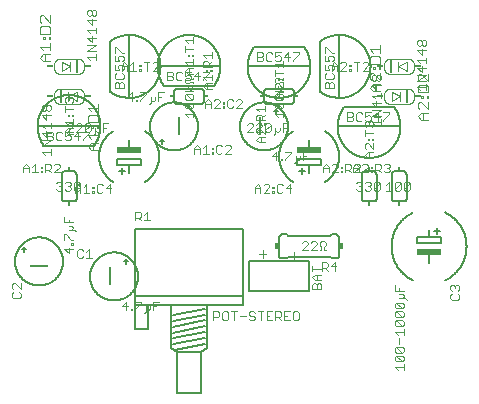
<source format=gto>
G75*
%MOIN*%
%OFA0B0*%
%FSLAX25Y25*%
%IPPOS*%
%LPD*%
%AMOC8*
5,1,8,0,0,1.08239X$1,22.5*
%
%ADD10C,0.00600*%
%ADD11C,0.00300*%
%ADD12R,0.01000X0.06400*%
%ADD13R,0.08000X0.02000*%
%ADD14C,0.00400*%
%ADD15R,0.01000X0.05000*%
%ADD16R,0.02200X0.00800*%
%ADD17C,0.00500*%
%ADD18R,0.01500X0.01000*%
%ADD19R,0.01000X0.01500*%
%ADD20R,0.06400X0.01000*%
%ADD21C,0.00800*%
%ADD22R,0.01500X0.02000*%
D10*
X0028267Y0040337D02*
X0028269Y0040533D01*
X0028277Y0040730D01*
X0028289Y0040926D01*
X0028306Y0041121D01*
X0028327Y0041316D01*
X0028354Y0041511D01*
X0028385Y0041705D01*
X0028421Y0041898D01*
X0028461Y0042090D01*
X0028507Y0042281D01*
X0028557Y0042471D01*
X0028611Y0042659D01*
X0028671Y0042846D01*
X0028735Y0043032D01*
X0028803Y0043216D01*
X0028876Y0043398D01*
X0028953Y0043579D01*
X0029035Y0043757D01*
X0029121Y0043934D01*
X0029212Y0044108D01*
X0029306Y0044280D01*
X0029405Y0044450D01*
X0029508Y0044617D01*
X0029615Y0044782D01*
X0029726Y0044943D01*
X0029841Y0045103D01*
X0029960Y0045259D01*
X0030083Y0045412D01*
X0030209Y0045562D01*
X0030339Y0045709D01*
X0030473Y0045853D01*
X0030610Y0045994D01*
X0030751Y0046131D01*
X0030895Y0046265D01*
X0031042Y0046395D01*
X0031192Y0046521D01*
X0031345Y0046644D01*
X0031501Y0046763D01*
X0031661Y0046878D01*
X0031822Y0046989D01*
X0031987Y0047096D01*
X0032154Y0047199D01*
X0032324Y0047298D01*
X0032496Y0047392D01*
X0032670Y0047483D01*
X0032847Y0047569D01*
X0033025Y0047651D01*
X0033206Y0047728D01*
X0033388Y0047801D01*
X0033572Y0047869D01*
X0033758Y0047933D01*
X0033945Y0047993D01*
X0034133Y0048047D01*
X0034323Y0048097D01*
X0034514Y0048143D01*
X0034706Y0048183D01*
X0034899Y0048219D01*
X0035093Y0048250D01*
X0035288Y0048277D01*
X0035483Y0048298D01*
X0035678Y0048315D01*
X0035874Y0048327D01*
X0036071Y0048335D01*
X0036267Y0048337D01*
X0036463Y0048335D01*
X0036660Y0048327D01*
X0036856Y0048315D01*
X0037051Y0048298D01*
X0037246Y0048277D01*
X0037441Y0048250D01*
X0037635Y0048219D01*
X0037828Y0048183D01*
X0038020Y0048143D01*
X0038211Y0048097D01*
X0038401Y0048047D01*
X0038589Y0047993D01*
X0038776Y0047933D01*
X0038962Y0047869D01*
X0039146Y0047801D01*
X0039328Y0047728D01*
X0039509Y0047651D01*
X0039687Y0047569D01*
X0039864Y0047483D01*
X0040038Y0047392D01*
X0040210Y0047298D01*
X0040380Y0047199D01*
X0040547Y0047096D01*
X0040712Y0046989D01*
X0040873Y0046878D01*
X0041033Y0046763D01*
X0041189Y0046644D01*
X0041342Y0046521D01*
X0041492Y0046395D01*
X0041639Y0046265D01*
X0041783Y0046131D01*
X0041924Y0045994D01*
X0042061Y0045853D01*
X0042195Y0045709D01*
X0042325Y0045562D01*
X0042451Y0045412D01*
X0042574Y0045259D01*
X0042693Y0045103D01*
X0042808Y0044943D01*
X0042919Y0044782D01*
X0043026Y0044617D01*
X0043129Y0044450D01*
X0043228Y0044280D01*
X0043322Y0044108D01*
X0043413Y0043934D01*
X0043499Y0043757D01*
X0043581Y0043579D01*
X0043658Y0043398D01*
X0043731Y0043216D01*
X0043799Y0043032D01*
X0043863Y0042846D01*
X0043923Y0042659D01*
X0043977Y0042471D01*
X0044027Y0042281D01*
X0044073Y0042090D01*
X0044113Y0041898D01*
X0044149Y0041705D01*
X0044180Y0041511D01*
X0044207Y0041316D01*
X0044228Y0041121D01*
X0044245Y0040926D01*
X0044257Y0040730D01*
X0044265Y0040533D01*
X0044267Y0040337D01*
X0044265Y0040141D01*
X0044257Y0039944D01*
X0044245Y0039748D01*
X0044228Y0039553D01*
X0044207Y0039358D01*
X0044180Y0039163D01*
X0044149Y0038969D01*
X0044113Y0038776D01*
X0044073Y0038584D01*
X0044027Y0038393D01*
X0043977Y0038203D01*
X0043923Y0038015D01*
X0043863Y0037828D01*
X0043799Y0037642D01*
X0043731Y0037458D01*
X0043658Y0037276D01*
X0043581Y0037095D01*
X0043499Y0036917D01*
X0043413Y0036740D01*
X0043322Y0036566D01*
X0043228Y0036394D01*
X0043129Y0036224D01*
X0043026Y0036057D01*
X0042919Y0035892D01*
X0042808Y0035731D01*
X0042693Y0035571D01*
X0042574Y0035415D01*
X0042451Y0035262D01*
X0042325Y0035112D01*
X0042195Y0034965D01*
X0042061Y0034821D01*
X0041924Y0034680D01*
X0041783Y0034543D01*
X0041639Y0034409D01*
X0041492Y0034279D01*
X0041342Y0034153D01*
X0041189Y0034030D01*
X0041033Y0033911D01*
X0040873Y0033796D01*
X0040712Y0033685D01*
X0040547Y0033578D01*
X0040380Y0033475D01*
X0040210Y0033376D01*
X0040038Y0033282D01*
X0039864Y0033191D01*
X0039687Y0033105D01*
X0039509Y0033023D01*
X0039328Y0032946D01*
X0039146Y0032873D01*
X0038962Y0032805D01*
X0038776Y0032741D01*
X0038589Y0032681D01*
X0038401Y0032627D01*
X0038211Y0032577D01*
X0038020Y0032531D01*
X0037828Y0032491D01*
X0037635Y0032455D01*
X0037441Y0032424D01*
X0037246Y0032397D01*
X0037051Y0032376D01*
X0036856Y0032359D01*
X0036660Y0032347D01*
X0036463Y0032339D01*
X0036267Y0032337D01*
X0036071Y0032339D01*
X0035874Y0032347D01*
X0035678Y0032359D01*
X0035483Y0032376D01*
X0035288Y0032397D01*
X0035093Y0032424D01*
X0034899Y0032455D01*
X0034706Y0032491D01*
X0034514Y0032531D01*
X0034323Y0032577D01*
X0034133Y0032627D01*
X0033945Y0032681D01*
X0033758Y0032741D01*
X0033572Y0032805D01*
X0033388Y0032873D01*
X0033206Y0032946D01*
X0033025Y0033023D01*
X0032847Y0033105D01*
X0032670Y0033191D01*
X0032496Y0033282D01*
X0032324Y0033376D01*
X0032154Y0033475D01*
X0031987Y0033578D01*
X0031822Y0033685D01*
X0031661Y0033796D01*
X0031501Y0033911D01*
X0031345Y0034030D01*
X0031192Y0034153D01*
X0031042Y0034279D01*
X0030895Y0034409D01*
X0030751Y0034543D01*
X0030610Y0034680D01*
X0030473Y0034821D01*
X0030339Y0034965D01*
X0030209Y0035112D01*
X0030083Y0035262D01*
X0029960Y0035415D01*
X0029841Y0035571D01*
X0029726Y0035731D01*
X0029615Y0035892D01*
X0029508Y0036057D01*
X0029405Y0036224D01*
X0029306Y0036394D01*
X0029212Y0036566D01*
X0029121Y0036740D01*
X0029035Y0036917D01*
X0028953Y0037095D01*
X0028876Y0037276D01*
X0028803Y0037458D01*
X0028735Y0037642D01*
X0028671Y0037828D01*
X0028611Y0038015D01*
X0028557Y0038203D01*
X0028507Y0038393D01*
X0028461Y0038584D01*
X0028421Y0038776D01*
X0028385Y0038969D01*
X0028354Y0039163D01*
X0028327Y0039358D01*
X0028306Y0039553D01*
X0028289Y0039748D01*
X0028277Y0039944D01*
X0028269Y0040141D01*
X0028267Y0040337D01*
X0039517Y0045337D02*
X0040267Y0045337D01*
X0040267Y0044587D01*
X0040267Y0045337D02*
X0040267Y0046087D01*
X0040267Y0045337D02*
X0041017Y0045337D01*
X0003267Y0045337D02*
X0003269Y0045533D01*
X0003277Y0045730D01*
X0003289Y0045926D01*
X0003306Y0046121D01*
X0003327Y0046316D01*
X0003354Y0046511D01*
X0003385Y0046705D01*
X0003421Y0046898D01*
X0003461Y0047090D01*
X0003507Y0047281D01*
X0003557Y0047471D01*
X0003611Y0047659D01*
X0003671Y0047846D01*
X0003735Y0048032D01*
X0003803Y0048216D01*
X0003876Y0048398D01*
X0003953Y0048579D01*
X0004035Y0048757D01*
X0004121Y0048934D01*
X0004212Y0049108D01*
X0004306Y0049280D01*
X0004405Y0049450D01*
X0004508Y0049617D01*
X0004615Y0049782D01*
X0004726Y0049943D01*
X0004841Y0050103D01*
X0004960Y0050259D01*
X0005083Y0050412D01*
X0005209Y0050562D01*
X0005339Y0050709D01*
X0005473Y0050853D01*
X0005610Y0050994D01*
X0005751Y0051131D01*
X0005895Y0051265D01*
X0006042Y0051395D01*
X0006192Y0051521D01*
X0006345Y0051644D01*
X0006501Y0051763D01*
X0006661Y0051878D01*
X0006822Y0051989D01*
X0006987Y0052096D01*
X0007154Y0052199D01*
X0007324Y0052298D01*
X0007496Y0052392D01*
X0007670Y0052483D01*
X0007847Y0052569D01*
X0008025Y0052651D01*
X0008206Y0052728D01*
X0008388Y0052801D01*
X0008572Y0052869D01*
X0008758Y0052933D01*
X0008945Y0052993D01*
X0009133Y0053047D01*
X0009323Y0053097D01*
X0009514Y0053143D01*
X0009706Y0053183D01*
X0009899Y0053219D01*
X0010093Y0053250D01*
X0010288Y0053277D01*
X0010483Y0053298D01*
X0010678Y0053315D01*
X0010874Y0053327D01*
X0011071Y0053335D01*
X0011267Y0053337D01*
X0011463Y0053335D01*
X0011660Y0053327D01*
X0011856Y0053315D01*
X0012051Y0053298D01*
X0012246Y0053277D01*
X0012441Y0053250D01*
X0012635Y0053219D01*
X0012828Y0053183D01*
X0013020Y0053143D01*
X0013211Y0053097D01*
X0013401Y0053047D01*
X0013589Y0052993D01*
X0013776Y0052933D01*
X0013962Y0052869D01*
X0014146Y0052801D01*
X0014328Y0052728D01*
X0014509Y0052651D01*
X0014687Y0052569D01*
X0014864Y0052483D01*
X0015038Y0052392D01*
X0015210Y0052298D01*
X0015380Y0052199D01*
X0015547Y0052096D01*
X0015712Y0051989D01*
X0015873Y0051878D01*
X0016033Y0051763D01*
X0016189Y0051644D01*
X0016342Y0051521D01*
X0016492Y0051395D01*
X0016639Y0051265D01*
X0016783Y0051131D01*
X0016924Y0050994D01*
X0017061Y0050853D01*
X0017195Y0050709D01*
X0017325Y0050562D01*
X0017451Y0050412D01*
X0017574Y0050259D01*
X0017693Y0050103D01*
X0017808Y0049943D01*
X0017919Y0049782D01*
X0018026Y0049617D01*
X0018129Y0049450D01*
X0018228Y0049280D01*
X0018322Y0049108D01*
X0018413Y0048934D01*
X0018499Y0048757D01*
X0018581Y0048579D01*
X0018658Y0048398D01*
X0018731Y0048216D01*
X0018799Y0048032D01*
X0018863Y0047846D01*
X0018923Y0047659D01*
X0018977Y0047471D01*
X0019027Y0047281D01*
X0019073Y0047090D01*
X0019113Y0046898D01*
X0019149Y0046705D01*
X0019180Y0046511D01*
X0019207Y0046316D01*
X0019228Y0046121D01*
X0019245Y0045926D01*
X0019257Y0045730D01*
X0019265Y0045533D01*
X0019267Y0045337D01*
X0019265Y0045141D01*
X0019257Y0044944D01*
X0019245Y0044748D01*
X0019228Y0044553D01*
X0019207Y0044358D01*
X0019180Y0044163D01*
X0019149Y0043969D01*
X0019113Y0043776D01*
X0019073Y0043584D01*
X0019027Y0043393D01*
X0018977Y0043203D01*
X0018923Y0043015D01*
X0018863Y0042828D01*
X0018799Y0042642D01*
X0018731Y0042458D01*
X0018658Y0042276D01*
X0018581Y0042095D01*
X0018499Y0041917D01*
X0018413Y0041740D01*
X0018322Y0041566D01*
X0018228Y0041394D01*
X0018129Y0041224D01*
X0018026Y0041057D01*
X0017919Y0040892D01*
X0017808Y0040731D01*
X0017693Y0040571D01*
X0017574Y0040415D01*
X0017451Y0040262D01*
X0017325Y0040112D01*
X0017195Y0039965D01*
X0017061Y0039821D01*
X0016924Y0039680D01*
X0016783Y0039543D01*
X0016639Y0039409D01*
X0016492Y0039279D01*
X0016342Y0039153D01*
X0016189Y0039030D01*
X0016033Y0038911D01*
X0015873Y0038796D01*
X0015712Y0038685D01*
X0015547Y0038578D01*
X0015380Y0038475D01*
X0015210Y0038376D01*
X0015038Y0038282D01*
X0014864Y0038191D01*
X0014687Y0038105D01*
X0014509Y0038023D01*
X0014328Y0037946D01*
X0014146Y0037873D01*
X0013962Y0037805D01*
X0013776Y0037741D01*
X0013589Y0037681D01*
X0013401Y0037627D01*
X0013211Y0037577D01*
X0013020Y0037531D01*
X0012828Y0037491D01*
X0012635Y0037455D01*
X0012441Y0037424D01*
X0012246Y0037397D01*
X0012051Y0037376D01*
X0011856Y0037359D01*
X0011660Y0037347D01*
X0011463Y0037339D01*
X0011267Y0037337D01*
X0011071Y0037339D01*
X0010874Y0037347D01*
X0010678Y0037359D01*
X0010483Y0037376D01*
X0010288Y0037397D01*
X0010093Y0037424D01*
X0009899Y0037455D01*
X0009706Y0037491D01*
X0009514Y0037531D01*
X0009323Y0037577D01*
X0009133Y0037627D01*
X0008945Y0037681D01*
X0008758Y0037741D01*
X0008572Y0037805D01*
X0008388Y0037873D01*
X0008206Y0037946D01*
X0008025Y0038023D01*
X0007847Y0038105D01*
X0007670Y0038191D01*
X0007496Y0038282D01*
X0007324Y0038376D01*
X0007154Y0038475D01*
X0006987Y0038578D01*
X0006822Y0038685D01*
X0006661Y0038796D01*
X0006501Y0038911D01*
X0006345Y0039030D01*
X0006192Y0039153D01*
X0006042Y0039279D01*
X0005895Y0039409D01*
X0005751Y0039543D01*
X0005610Y0039680D01*
X0005473Y0039821D01*
X0005339Y0039965D01*
X0005209Y0040112D01*
X0005083Y0040262D01*
X0004960Y0040415D01*
X0004841Y0040571D01*
X0004726Y0040731D01*
X0004615Y0040892D01*
X0004508Y0041057D01*
X0004405Y0041224D01*
X0004306Y0041394D01*
X0004212Y0041566D01*
X0004121Y0041740D01*
X0004035Y0041917D01*
X0003953Y0042095D01*
X0003876Y0042276D01*
X0003803Y0042458D01*
X0003735Y0042642D01*
X0003671Y0042828D01*
X0003611Y0043015D01*
X0003557Y0043203D01*
X0003507Y0043393D01*
X0003461Y0043584D01*
X0003421Y0043776D01*
X0003385Y0043969D01*
X0003354Y0044163D01*
X0003327Y0044358D01*
X0003306Y0044553D01*
X0003289Y0044748D01*
X0003277Y0044944D01*
X0003269Y0045141D01*
X0003267Y0045337D01*
X0006267Y0048587D02*
X0006267Y0049337D01*
X0007017Y0049337D01*
X0006267Y0049337D02*
X0005517Y0049337D01*
X0006267Y0049337D02*
X0006267Y0050087D01*
X0037767Y0075337D02*
X0039767Y0075337D01*
X0038767Y0074337D02*
X0038767Y0076337D01*
X0037267Y0077337D02*
X0041267Y0077337D01*
X0045267Y0077337D01*
X0045267Y0079337D01*
X0037267Y0079337D01*
X0037267Y0077337D01*
X0041267Y0077337D02*
X0041267Y0074837D01*
X0046555Y0071850D02*
X0046761Y0071981D01*
X0046963Y0072118D01*
X0047162Y0072260D01*
X0047358Y0072406D01*
X0047550Y0072557D01*
X0047738Y0072713D01*
X0047922Y0072873D01*
X0048102Y0073038D01*
X0048279Y0073207D01*
X0048451Y0073380D01*
X0048618Y0073558D01*
X0048782Y0073739D01*
X0048941Y0073925D01*
X0049095Y0074114D01*
X0049245Y0074307D01*
X0049389Y0074504D01*
X0049530Y0074704D01*
X0049665Y0074907D01*
X0049795Y0075114D01*
X0049920Y0075324D01*
X0050040Y0075537D01*
X0050154Y0075752D01*
X0050263Y0075971D01*
X0050367Y0076192D01*
X0050466Y0076415D01*
X0050559Y0076641D01*
X0050646Y0076869D01*
X0050728Y0077099D01*
X0050805Y0077331D01*
X0050875Y0077565D01*
X0050940Y0077801D01*
X0050999Y0078038D01*
X0051052Y0078276D01*
X0051100Y0078515D01*
X0051141Y0078756D01*
X0051177Y0078998D01*
X0051207Y0079240D01*
X0051230Y0079483D01*
X0051248Y0079727D01*
X0051260Y0079971D01*
X0051266Y0080215D01*
X0051266Y0080459D01*
X0051260Y0080703D01*
X0051248Y0080947D01*
X0051230Y0081191D01*
X0051207Y0081434D01*
X0051177Y0081676D01*
X0051141Y0081918D01*
X0051100Y0082159D01*
X0051052Y0082398D01*
X0050999Y0082636D01*
X0050940Y0082873D01*
X0050875Y0083109D01*
X0050805Y0083343D01*
X0050728Y0083575D01*
X0050646Y0083805D01*
X0050559Y0084033D01*
X0050466Y0084259D01*
X0050367Y0084482D01*
X0050263Y0084703D01*
X0050154Y0084922D01*
X0050040Y0085137D01*
X0049920Y0085350D01*
X0049795Y0085560D01*
X0049665Y0085767D01*
X0049530Y0085970D01*
X0049389Y0086170D01*
X0049245Y0086367D01*
X0049095Y0086560D01*
X0048941Y0086749D01*
X0048782Y0086935D01*
X0048618Y0087116D01*
X0048451Y0087294D01*
X0048279Y0087467D01*
X0048102Y0087636D01*
X0047922Y0087801D01*
X0047738Y0087961D01*
X0047550Y0088117D01*
X0047358Y0088268D01*
X0047162Y0088414D01*
X0046963Y0088556D01*
X0046761Y0088693D01*
X0046555Y0088824D01*
X0051517Y0085337D02*
X0052267Y0085337D01*
X0052267Y0086087D01*
X0052267Y0085337D02*
X0053017Y0085337D01*
X0052267Y0085337D02*
X0052267Y0084587D01*
X0048267Y0090337D02*
X0048269Y0090533D01*
X0048277Y0090730D01*
X0048289Y0090926D01*
X0048306Y0091121D01*
X0048327Y0091316D01*
X0048354Y0091511D01*
X0048385Y0091705D01*
X0048421Y0091898D01*
X0048461Y0092090D01*
X0048507Y0092281D01*
X0048557Y0092471D01*
X0048611Y0092659D01*
X0048671Y0092846D01*
X0048735Y0093032D01*
X0048803Y0093216D01*
X0048876Y0093398D01*
X0048953Y0093579D01*
X0049035Y0093757D01*
X0049121Y0093934D01*
X0049212Y0094108D01*
X0049306Y0094280D01*
X0049405Y0094450D01*
X0049508Y0094617D01*
X0049615Y0094782D01*
X0049726Y0094943D01*
X0049841Y0095103D01*
X0049960Y0095259D01*
X0050083Y0095412D01*
X0050209Y0095562D01*
X0050339Y0095709D01*
X0050473Y0095853D01*
X0050610Y0095994D01*
X0050751Y0096131D01*
X0050895Y0096265D01*
X0051042Y0096395D01*
X0051192Y0096521D01*
X0051345Y0096644D01*
X0051501Y0096763D01*
X0051661Y0096878D01*
X0051822Y0096989D01*
X0051987Y0097096D01*
X0052154Y0097199D01*
X0052324Y0097298D01*
X0052496Y0097392D01*
X0052670Y0097483D01*
X0052847Y0097569D01*
X0053025Y0097651D01*
X0053206Y0097728D01*
X0053388Y0097801D01*
X0053572Y0097869D01*
X0053758Y0097933D01*
X0053945Y0097993D01*
X0054133Y0098047D01*
X0054323Y0098097D01*
X0054514Y0098143D01*
X0054706Y0098183D01*
X0054899Y0098219D01*
X0055093Y0098250D01*
X0055288Y0098277D01*
X0055483Y0098298D01*
X0055678Y0098315D01*
X0055874Y0098327D01*
X0056071Y0098335D01*
X0056267Y0098337D01*
X0056463Y0098335D01*
X0056660Y0098327D01*
X0056856Y0098315D01*
X0057051Y0098298D01*
X0057246Y0098277D01*
X0057441Y0098250D01*
X0057635Y0098219D01*
X0057828Y0098183D01*
X0058020Y0098143D01*
X0058211Y0098097D01*
X0058401Y0098047D01*
X0058589Y0097993D01*
X0058776Y0097933D01*
X0058962Y0097869D01*
X0059146Y0097801D01*
X0059328Y0097728D01*
X0059509Y0097651D01*
X0059687Y0097569D01*
X0059864Y0097483D01*
X0060038Y0097392D01*
X0060210Y0097298D01*
X0060380Y0097199D01*
X0060547Y0097096D01*
X0060712Y0096989D01*
X0060873Y0096878D01*
X0061033Y0096763D01*
X0061189Y0096644D01*
X0061342Y0096521D01*
X0061492Y0096395D01*
X0061639Y0096265D01*
X0061783Y0096131D01*
X0061924Y0095994D01*
X0062061Y0095853D01*
X0062195Y0095709D01*
X0062325Y0095562D01*
X0062451Y0095412D01*
X0062574Y0095259D01*
X0062693Y0095103D01*
X0062808Y0094943D01*
X0062919Y0094782D01*
X0063026Y0094617D01*
X0063129Y0094450D01*
X0063228Y0094280D01*
X0063322Y0094108D01*
X0063413Y0093934D01*
X0063499Y0093757D01*
X0063581Y0093579D01*
X0063658Y0093398D01*
X0063731Y0093216D01*
X0063799Y0093032D01*
X0063863Y0092846D01*
X0063923Y0092659D01*
X0063977Y0092471D01*
X0064027Y0092281D01*
X0064073Y0092090D01*
X0064113Y0091898D01*
X0064149Y0091705D01*
X0064180Y0091511D01*
X0064207Y0091316D01*
X0064228Y0091121D01*
X0064245Y0090926D01*
X0064257Y0090730D01*
X0064265Y0090533D01*
X0064267Y0090337D01*
X0064265Y0090141D01*
X0064257Y0089944D01*
X0064245Y0089748D01*
X0064228Y0089553D01*
X0064207Y0089358D01*
X0064180Y0089163D01*
X0064149Y0088969D01*
X0064113Y0088776D01*
X0064073Y0088584D01*
X0064027Y0088393D01*
X0063977Y0088203D01*
X0063923Y0088015D01*
X0063863Y0087828D01*
X0063799Y0087642D01*
X0063731Y0087458D01*
X0063658Y0087276D01*
X0063581Y0087095D01*
X0063499Y0086917D01*
X0063413Y0086740D01*
X0063322Y0086566D01*
X0063228Y0086394D01*
X0063129Y0086224D01*
X0063026Y0086057D01*
X0062919Y0085892D01*
X0062808Y0085731D01*
X0062693Y0085571D01*
X0062574Y0085415D01*
X0062451Y0085262D01*
X0062325Y0085112D01*
X0062195Y0084965D01*
X0062061Y0084821D01*
X0061924Y0084680D01*
X0061783Y0084543D01*
X0061639Y0084409D01*
X0061492Y0084279D01*
X0061342Y0084153D01*
X0061189Y0084030D01*
X0061033Y0083911D01*
X0060873Y0083796D01*
X0060712Y0083685D01*
X0060547Y0083578D01*
X0060380Y0083475D01*
X0060210Y0083376D01*
X0060038Y0083282D01*
X0059864Y0083191D01*
X0059687Y0083105D01*
X0059509Y0083023D01*
X0059328Y0082946D01*
X0059146Y0082873D01*
X0058962Y0082805D01*
X0058776Y0082741D01*
X0058589Y0082681D01*
X0058401Y0082627D01*
X0058211Y0082577D01*
X0058020Y0082531D01*
X0057828Y0082491D01*
X0057635Y0082455D01*
X0057441Y0082424D01*
X0057246Y0082397D01*
X0057051Y0082376D01*
X0056856Y0082359D01*
X0056660Y0082347D01*
X0056463Y0082339D01*
X0056267Y0082337D01*
X0056071Y0082339D01*
X0055874Y0082347D01*
X0055678Y0082359D01*
X0055483Y0082376D01*
X0055288Y0082397D01*
X0055093Y0082424D01*
X0054899Y0082455D01*
X0054706Y0082491D01*
X0054514Y0082531D01*
X0054323Y0082577D01*
X0054133Y0082627D01*
X0053945Y0082681D01*
X0053758Y0082741D01*
X0053572Y0082805D01*
X0053388Y0082873D01*
X0053206Y0082946D01*
X0053025Y0083023D01*
X0052847Y0083105D01*
X0052670Y0083191D01*
X0052496Y0083282D01*
X0052324Y0083376D01*
X0052154Y0083475D01*
X0051987Y0083578D01*
X0051822Y0083685D01*
X0051661Y0083796D01*
X0051501Y0083911D01*
X0051345Y0084030D01*
X0051192Y0084153D01*
X0051042Y0084279D01*
X0050895Y0084409D01*
X0050751Y0084543D01*
X0050610Y0084680D01*
X0050473Y0084821D01*
X0050339Y0084965D01*
X0050209Y0085112D01*
X0050083Y0085262D01*
X0049960Y0085415D01*
X0049841Y0085571D01*
X0049726Y0085731D01*
X0049615Y0085892D01*
X0049508Y0086057D01*
X0049405Y0086224D01*
X0049306Y0086394D01*
X0049212Y0086566D01*
X0049121Y0086740D01*
X0049035Y0086917D01*
X0048953Y0087095D01*
X0048876Y0087276D01*
X0048803Y0087458D01*
X0048735Y0087642D01*
X0048671Y0087828D01*
X0048611Y0088015D01*
X0048557Y0088203D01*
X0048507Y0088393D01*
X0048461Y0088584D01*
X0048421Y0088776D01*
X0048385Y0088969D01*
X0048354Y0089163D01*
X0048327Y0089358D01*
X0048306Y0089553D01*
X0048289Y0089748D01*
X0048277Y0089944D01*
X0048269Y0090141D01*
X0048267Y0090337D01*
X0041267Y0085837D02*
X0041267Y0082837D01*
X0035979Y0088824D02*
X0035773Y0088693D01*
X0035571Y0088556D01*
X0035372Y0088414D01*
X0035176Y0088268D01*
X0034984Y0088117D01*
X0034796Y0087961D01*
X0034612Y0087801D01*
X0034432Y0087636D01*
X0034255Y0087467D01*
X0034083Y0087294D01*
X0033916Y0087116D01*
X0033752Y0086935D01*
X0033593Y0086749D01*
X0033439Y0086560D01*
X0033289Y0086367D01*
X0033145Y0086170D01*
X0033004Y0085970D01*
X0032869Y0085767D01*
X0032739Y0085560D01*
X0032614Y0085350D01*
X0032494Y0085137D01*
X0032380Y0084922D01*
X0032271Y0084703D01*
X0032167Y0084482D01*
X0032068Y0084259D01*
X0031975Y0084033D01*
X0031888Y0083805D01*
X0031806Y0083575D01*
X0031729Y0083343D01*
X0031659Y0083109D01*
X0031594Y0082873D01*
X0031535Y0082636D01*
X0031482Y0082398D01*
X0031434Y0082159D01*
X0031393Y0081918D01*
X0031357Y0081676D01*
X0031327Y0081434D01*
X0031304Y0081191D01*
X0031286Y0080947D01*
X0031274Y0080703D01*
X0031268Y0080459D01*
X0031268Y0080215D01*
X0031274Y0079971D01*
X0031286Y0079727D01*
X0031304Y0079483D01*
X0031327Y0079240D01*
X0031357Y0078998D01*
X0031393Y0078756D01*
X0031434Y0078515D01*
X0031482Y0078276D01*
X0031535Y0078038D01*
X0031594Y0077801D01*
X0031659Y0077565D01*
X0031729Y0077331D01*
X0031806Y0077099D01*
X0031888Y0076869D01*
X0031975Y0076641D01*
X0032068Y0076415D01*
X0032167Y0076192D01*
X0032271Y0075971D01*
X0032380Y0075752D01*
X0032494Y0075537D01*
X0032614Y0075324D01*
X0032739Y0075114D01*
X0032869Y0074907D01*
X0033004Y0074704D01*
X0033145Y0074504D01*
X0033289Y0074307D01*
X0033439Y0074114D01*
X0033593Y0073925D01*
X0033752Y0073739D01*
X0033916Y0073558D01*
X0034083Y0073380D01*
X0034255Y0073207D01*
X0034432Y0073038D01*
X0034612Y0072873D01*
X0034796Y0072713D01*
X0034984Y0072557D01*
X0035176Y0072406D01*
X0035372Y0072260D01*
X0035571Y0072118D01*
X0035773Y0071981D01*
X0035979Y0071850D01*
X0078267Y0090337D02*
X0078269Y0090533D01*
X0078277Y0090730D01*
X0078289Y0090926D01*
X0078306Y0091121D01*
X0078327Y0091316D01*
X0078354Y0091511D01*
X0078385Y0091705D01*
X0078421Y0091898D01*
X0078461Y0092090D01*
X0078507Y0092281D01*
X0078557Y0092471D01*
X0078611Y0092659D01*
X0078671Y0092846D01*
X0078735Y0093032D01*
X0078803Y0093216D01*
X0078876Y0093398D01*
X0078953Y0093579D01*
X0079035Y0093757D01*
X0079121Y0093934D01*
X0079212Y0094108D01*
X0079306Y0094280D01*
X0079405Y0094450D01*
X0079508Y0094617D01*
X0079615Y0094782D01*
X0079726Y0094943D01*
X0079841Y0095103D01*
X0079960Y0095259D01*
X0080083Y0095412D01*
X0080209Y0095562D01*
X0080339Y0095709D01*
X0080473Y0095853D01*
X0080610Y0095994D01*
X0080751Y0096131D01*
X0080895Y0096265D01*
X0081042Y0096395D01*
X0081192Y0096521D01*
X0081345Y0096644D01*
X0081501Y0096763D01*
X0081661Y0096878D01*
X0081822Y0096989D01*
X0081987Y0097096D01*
X0082154Y0097199D01*
X0082324Y0097298D01*
X0082496Y0097392D01*
X0082670Y0097483D01*
X0082847Y0097569D01*
X0083025Y0097651D01*
X0083206Y0097728D01*
X0083388Y0097801D01*
X0083572Y0097869D01*
X0083758Y0097933D01*
X0083945Y0097993D01*
X0084133Y0098047D01*
X0084323Y0098097D01*
X0084514Y0098143D01*
X0084706Y0098183D01*
X0084899Y0098219D01*
X0085093Y0098250D01*
X0085288Y0098277D01*
X0085483Y0098298D01*
X0085678Y0098315D01*
X0085874Y0098327D01*
X0086071Y0098335D01*
X0086267Y0098337D01*
X0086463Y0098335D01*
X0086660Y0098327D01*
X0086856Y0098315D01*
X0087051Y0098298D01*
X0087246Y0098277D01*
X0087441Y0098250D01*
X0087635Y0098219D01*
X0087828Y0098183D01*
X0088020Y0098143D01*
X0088211Y0098097D01*
X0088401Y0098047D01*
X0088589Y0097993D01*
X0088776Y0097933D01*
X0088962Y0097869D01*
X0089146Y0097801D01*
X0089328Y0097728D01*
X0089509Y0097651D01*
X0089687Y0097569D01*
X0089864Y0097483D01*
X0090038Y0097392D01*
X0090210Y0097298D01*
X0090380Y0097199D01*
X0090547Y0097096D01*
X0090712Y0096989D01*
X0090873Y0096878D01*
X0091033Y0096763D01*
X0091189Y0096644D01*
X0091342Y0096521D01*
X0091492Y0096395D01*
X0091639Y0096265D01*
X0091783Y0096131D01*
X0091924Y0095994D01*
X0092061Y0095853D01*
X0092195Y0095709D01*
X0092325Y0095562D01*
X0092451Y0095412D01*
X0092574Y0095259D01*
X0092693Y0095103D01*
X0092808Y0094943D01*
X0092919Y0094782D01*
X0093026Y0094617D01*
X0093129Y0094450D01*
X0093228Y0094280D01*
X0093322Y0094108D01*
X0093413Y0093934D01*
X0093499Y0093757D01*
X0093581Y0093579D01*
X0093658Y0093398D01*
X0093731Y0093216D01*
X0093799Y0093032D01*
X0093863Y0092846D01*
X0093923Y0092659D01*
X0093977Y0092471D01*
X0094027Y0092281D01*
X0094073Y0092090D01*
X0094113Y0091898D01*
X0094149Y0091705D01*
X0094180Y0091511D01*
X0094207Y0091316D01*
X0094228Y0091121D01*
X0094245Y0090926D01*
X0094257Y0090730D01*
X0094265Y0090533D01*
X0094267Y0090337D01*
X0094265Y0090141D01*
X0094257Y0089944D01*
X0094245Y0089748D01*
X0094228Y0089553D01*
X0094207Y0089358D01*
X0094180Y0089163D01*
X0094149Y0088969D01*
X0094113Y0088776D01*
X0094073Y0088584D01*
X0094027Y0088393D01*
X0093977Y0088203D01*
X0093923Y0088015D01*
X0093863Y0087828D01*
X0093799Y0087642D01*
X0093731Y0087458D01*
X0093658Y0087276D01*
X0093581Y0087095D01*
X0093499Y0086917D01*
X0093413Y0086740D01*
X0093322Y0086566D01*
X0093228Y0086394D01*
X0093129Y0086224D01*
X0093026Y0086057D01*
X0092919Y0085892D01*
X0092808Y0085731D01*
X0092693Y0085571D01*
X0092574Y0085415D01*
X0092451Y0085262D01*
X0092325Y0085112D01*
X0092195Y0084965D01*
X0092061Y0084821D01*
X0091924Y0084680D01*
X0091783Y0084543D01*
X0091639Y0084409D01*
X0091492Y0084279D01*
X0091342Y0084153D01*
X0091189Y0084030D01*
X0091033Y0083911D01*
X0090873Y0083796D01*
X0090712Y0083685D01*
X0090547Y0083578D01*
X0090380Y0083475D01*
X0090210Y0083376D01*
X0090038Y0083282D01*
X0089864Y0083191D01*
X0089687Y0083105D01*
X0089509Y0083023D01*
X0089328Y0082946D01*
X0089146Y0082873D01*
X0088962Y0082805D01*
X0088776Y0082741D01*
X0088589Y0082681D01*
X0088401Y0082627D01*
X0088211Y0082577D01*
X0088020Y0082531D01*
X0087828Y0082491D01*
X0087635Y0082455D01*
X0087441Y0082424D01*
X0087246Y0082397D01*
X0087051Y0082376D01*
X0086856Y0082359D01*
X0086660Y0082347D01*
X0086463Y0082339D01*
X0086267Y0082337D01*
X0086071Y0082339D01*
X0085874Y0082347D01*
X0085678Y0082359D01*
X0085483Y0082376D01*
X0085288Y0082397D01*
X0085093Y0082424D01*
X0084899Y0082455D01*
X0084706Y0082491D01*
X0084514Y0082531D01*
X0084323Y0082577D01*
X0084133Y0082627D01*
X0083945Y0082681D01*
X0083758Y0082741D01*
X0083572Y0082805D01*
X0083388Y0082873D01*
X0083206Y0082946D01*
X0083025Y0083023D01*
X0082847Y0083105D01*
X0082670Y0083191D01*
X0082496Y0083282D01*
X0082324Y0083376D01*
X0082154Y0083475D01*
X0081987Y0083578D01*
X0081822Y0083685D01*
X0081661Y0083796D01*
X0081501Y0083911D01*
X0081345Y0084030D01*
X0081192Y0084153D01*
X0081042Y0084279D01*
X0080895Y0084409D01*
X0080751Y0084543D01*
X0080610Y0084680D01*
X0080473Y0084821D01*
X0080339Y0084965D01*
X0080209Y0085112D01*
X0080083Y0085262D01*
X0079960Y0085415D01*
X0079841Y0085571D01*
X0079726Y0085731D01*
X0079615Y0085892D01*
X0079508Y0086057D01*
X0079405Y0086224D01*
X0079306Y0086394D01*
X0079212Y0086566D01*
X0079121Y0086740D01*
X0079035Y0086917D01*
X0078953Y0087095D01*
X0078876Y0087276D01*
X0078803Y0087458D01*
X0078735Y0087642D01*
X0078671Y0087828D01*
X0078611Y0088015D01*
X0078557Y0088203D01*
X0078507Y0088393D01*
X0078461Y0088584D01*
X0078421Y0088776D01*
X0078385Y0088969D01*
X0078354Y0089163D01*
X0078327Y0089358D01*
X0078306Y0089553D01*
X0078289Y0089748D01*
X0078277Y0089944D01*
X0078269Y0090141D01*
X0078267Y0090337D01*
X0089517Y0095337D02*
X0090267Y0095337D01*
X0090267Y0094587D01*
X0090267Y0095337D02*
X0090267Y0096087D01*
X0090267Y0095337D02*
X0091017Y0095337D01*
X0101267Y0085837D02*
X0101267Y0082837D01*
X0106555Y0088824D02*
X0106761Y0088693D01*
X0106963Y0088556D01*
X0107162Y0088414D01*
X0107358Y0088268D01*
X0107550Y0088117D01*
X0107738Y0087961D01*
X0107922Y0087801D01*
X0108102Y0087636D01*
X0108279Y0087467D01*
X0108451Y0087294D01*
X0108618Y0087116D01*
X0108782Y0086935D01*
X0108941Y0086749D01*
X0109095Y0086560D01*
X0109245Y0086367D01*
X0109389Y0086170D01*
X0109530Y0085970D01*
X0109665Y0085767D01*
X0109795Y0085560D01*
X0109920Y0085350D01*
X0110040Y0085137D01*
X0110154Y0084922D01*
X0110263Y0084703D01*
X0110367Y0084482D01*
X0110466Y0084259D01*
X0110559Y0084033D01*
X0110646Y0083805D01*
X0110728Y0083575D01*
X0110805Y0083343D01*
X0110875Y0083109D01*
X0110940Y0082873D01*
X0110999Y0082636D01*
X0111052Y0082398D01*
X0111100Y0082159D01*
X0111141Y0081918D01*
X0111177Y0081676D01*
X0111207Y0081434D01*
X0111230Y0081191D01*
X0111248Y0080947D01*
X0111260Y0080703D01*
X0111266Y0080459D01*
X0111266Y0080215D01*
X0111260Y0079971D01*
X0111248Y0079727D01*
X0111230Y0079483D01*
X0111207Y0079240D01*
X0111177Y0078998D01*
X0111141Y0078756D01*
X0111100Y0078515D01*
X0111052Y0078276D01*
X0110999Y0078038D01*
X0110940Y0077801D01*
X0110875Y0077565D01*
X0110805Y0077331D01*
X0110728Y0077099D01*
X0110646Y0076869D01*
X0110559Y0076641D01*
X0110466Y0076415D01*
X0110367Y0076192D01*
X0110263Y0075971D01*
X0110154Y0075752D01*
X0110040Y0075537D01*
X0109920Y0075324D01*
X0109795Y0075114D01*
X0109665Y0074907D01*
X0109530Y0074704D01*
X0109389Y0074504D01*
X0109245Y0074307D01*
X0109095Y0074114D01*
X0108941Y0073925D01*
X0108782Y0073739D01*
X0108618Y0073558D01*
X0108451Y0073380D01*
X0108279Y0073207D01*
X0108102Y0073038D01*
X0107922Y0072873D01*
X0107738Y0072713D01*
X0107550Y0072557D01*
X0107358Y0072406D01*
X0107162Y0072260D01*
X0106963Y0072118D01*
X0106761Y0071981D01*
X0106555Y0071850D01*
X0101267Y0074837D02*
X0101267Y0077337D01*
X0097267Y0077337D01*
X0097267Y0079337D01*
X0105267Y0079337D01*
X0105267Y0077337D01*
X0101267Y0077337D01*
X0099767Y0075337D02*
X0097767Y0075337D01*
X0098767Y0074337D02*
X0098767Y0076337D01*
X0095979Y0071850D02*
X0095773Y0071981D01*
X0095571Y0072118D01*
X0095372Y0072260D01*
X0095176Y0072406D01*
X0094984Y0072557D01*
X0094796Y0072713D01*
X0094612Y0072873D01*
X0094432Y0073038D01*
X0094255Y0073207D01*
X0094083Y0073380D01*
X0093916Y0073558D01*
X0093752Y0073739D01*
X0093593Y0073925D01*
X0093439Y0074114D01*
X0093289Y0074307D01*
X0093145Y0074504D01*
X0093004Y0074704D01*
X0092869Y0074907D01*
X0092739Y0075114D01*
X0092614Y0075324D01*
X0092494Y0075537D01*
X0092380Y0075752D01*
X0092271Y0075971D01*
X0092167Y0076192D01*
X0092068Y0076415D01*
X0091975Y0076641D01*
X0091888Y0076869D01*
X0091806Y0077099D01*
X0091729Y0077331D01*
X0091659Y0077565D01*
X0091594Y0077801D01*
X0091535Y0078038D01*
X0091482Y0078276D01*
X0091434Y0078515D01*
X0091393Y0078756D01*
X0091357Y0078998D01*
X0091327Y0079240D01*
X0091304Y0079483D01*
X0091286Y0079727D01*
X0091274Y0079971D01*
X0091268Y0080215D01*
X0091268Y0080459D01*
X0091274Y0080703D01*
X0091286Y0080947D01*
X0091304Y0081191D01*
X0091327Y0081434D01*
X0091357Y0081676D01*
X0091393Y0081918D01*
X0091434Y0082159D01*
X0091482Y0082398D01*
X0091535Y0082636D01*
X0091594Y0082873D01*
X0091659Y0083109D01*
X0091729Y0083343D01*
X0091806Y0083575D01*
X0091888Y0083805D01*
X0091975Y0084033D01*
X0092068Y0084259D01*
X0092167Y0084482D01*
X0092271Y0084703D01*
X0092380Y0084922D01*
X0092494Y0085137D01*
X0092614Y0085350D01*
X0092739Y0085560D01*
X0092869Y0085767D01*
X0093004Y0085970D01*
X0093145Y0086170D01*
X0093289Y0086367D01*
X0093439Y0086560D01*
X0093593Y0086749D01*
X0093752Y0086935D01*
X0093916Y0087116D01*
X0094083Y0087294D01*
X0094255Y0087467D01*
X0094432Y0087636D01*
X0094612Y0087801D01*
X0094796Y0087961D01*
X0094984Y0088117D01*
X0095176Y0088268D01*
X0095372Y0088414D01*
X0095571Y0088556D01*
X0095773Y0088693D01*
X0095979Y0088824D01*
X0093767Y0054337D02*
X0092267Y0054337D01*
X0092207Y0054335D01*
X0092146Y0054330D01*
X0092087Y0054321D01*
X0092028Y0054308D01*
X0091969Y0054292D01*
X0091912Y0054272D01*
X0091857Y0054249D01*
X0091802Y0054222D01*
X0091750Y0054193D01*
X0091699Y0054160D01*
X0091650Y0054124D01*
X0091604Y0054086D01*
X0091560Y0054044D01*
X0091518Y0054000D01*
X0091480Y0053954D01*
X0091444Y0053905D01*
X0091411Y0053854D01*
X0091382Y0053802D01*
X0091355Y0053747D01*
X0091332Y0053692D01*
X0091312Y0053635D01*
X0091296Y0053576D01*
X0091283Y0053517D01*
X0091274Y0053458D01*
X0091269Y0053397D01*
X0091267Y0053337D01*
X0091267Y0047337D01*
X0091269Y0047277D01*
X0091274Y0047216D01*
X0091283Y0047157D01*
X0091296Y0047098D01*
X0091312Y0047039D01*
X0091332Y0046982D01*
X0091355Y0046927D01*
X0091382Y0046872D01*
X0091411Y0046820D01*
X0091444Y0046769D01*
X0091480Y0046720D01*
X0091518Y0046674D01*
X0091560Y0046630D01*
X0091604Y0046588D01*
X0091650Y0046550D01*
X0091699Y0046514D01*
X0091750Y0046481D01*
X0091802Y0046452D01*
X0091857Y0046425D01*
X0091912Y0046402D01*
X0091969Y0046382D01*
X0092028Y0046366D01*
X0092087Y0046353D01*
X0092146Y0046344D01*
X0092207Y0046339D01*
X0092267Y0046337D01*
X0093767Y0046337D01*
X0094267Y0046837D01*
X0108267Y0046837D01*
X0108767Y0046337D01*
X0110267Y0046337D01*
X0110327Y0046339D01*
X0110388Y0046344D01*
X0110447Y0046353D01*
X0110506Y0046366D01*
X0110565Y0046382D01*
X0110622Y0046402D01*
X0110677Y0046425D01*
X0110732Y0046452D01*
X0110784Y0046481D01*
X0110835Y0046514D01*
X0110884Y0046550D01*
X0110930Y0046588D01*
X0110974Y0046630D01*
X0111016Y0046674D01*
X0111054Y0046720D01*
X0111090Y0046769D01*
X0111123Y0046820D01*
X0111152Y0046872D01*
X0111179Y0046927D01*
X0111202Y0046982D01*
X0111222Y0047039D01*
X0111238Y0047098D01*
X0111251Y0047157D01*
X0111260Y0047216D01*
X0111265Y0047277D01*
X0111267Y0047337D01*
X0111267Y0053337D01*
X0111265Y0053397D01*
X0111260Y0053458D01*
X0111251Y0053517D01*
X0111238Y0053576D01*
X0111222Y0053635D01*
X0111202Y0053692D01*
X0111179Y0053747D01*
X0111152Y0053802D01*
X0111123Y0053854D01*
X0111090Y0053905D01*
X0111054Y0053954D01*
X0111016Y0054000D01*
X0110974Y0054044D01*
X0110930Y0054086D01*
X0110884Y0054124D01*
X0110835Y0054160D01*
X0110784Y0054193D01*
X0110732Y0054222D01*
X0110677Y0054249D01*
X0110622Y0054272D01*
X0110565Y0054292D01*
X0110506Y0054308D01*
X0110447Y0054321D01*
X0110388Y0054330D01*
X0110327Y0054335D01*
X0110267Y0054337D01*
X0108767Y0054337D01*
X0108267Y0053837D01*
X0094267Y0053837D01*
X0093767Y0054337D01*
X0092267Y0054337D02*
X0092207Y0054335D01*
X0092146Y0054330D01*
X0092087Y0054321D01*
X0092028Y0054308D01*
X0091969Y0054292D01*
X0091912Y0054272D01*
X0091857Y0054249D01*
X0091802Y0054222D01*
X0091750Y0054193D01*
X0091699Y0054160D01*
X0091650Y0054124D01*
X0091604Y0054086D01*
X0091560Y0054044D01*
X0091518Y0054000D01*
X0091480Y0053954D01*
X0091444Y0053905D01*
X0091411Y0053854D01*
X0091382Y0053802D01*
X0091355Y0053747D01*
X0091332Y0053692D01*
X0091312Y0053635D01*
X0091296Y0053576D01*
X0091283Y0053517D01*
X0091274Y0053458D01*
X0091269Y0053397D01*
X0091267Y0053337D01*
X0091267Y0047337D02*
X0091269Y0047277D01*
X0091274Y0047216D01*
X0091283Y0047157D01*
X0091296Y0047098D01*
X0091312Y0047039D01*
X0091332Y0046982D01*
X0091355Y0046927D01*
X0091382Y0046872D01*
X0091411Y0046820D01*
X0091444Y0046769D01*
X0091480Y0046720D01*
X0091518Y0046674D01*
X0091560Y0046630D01*
X0091604Y0046588D01*
X0091650Y0046550D01*
X0091699Y0046514D01*
X0091750Y0046481D01*
X0091802Y0046452D01*
X0091857Y0046425D01*
X0091912Y0046402D01*
X0091969Y0046382D01*
X0092028Y0046366D01*
X0092087Y0046353D01*
X0092146Y0046344D01*
X0092207Y0046339D01*
X0092267Y0046337D01*
X0110267Y0046337D02*
X0110327Y0046339D01*
X0110388Y0046344D01*
X0110447Y0046353D01*
X0110506Y0046366D01*
X0110565Y0046382D01*
X0110622Y0046402D01*
X0110677Y0046425D01*
X0110732Y0046452D01*
X0110784Y0046481D01*
X0110835Y0046514D01*
X0110884Y0046550D01*
X0110930Y0046588D01*
X0110974Y0046630D01*
X0111016Y0046674D01*
X0111054Y0046720D01*
X0111090Y0046769D01*
X0111123Y0046820D01*
X0111152Y0046872D01*
X0111179Y0046927D01*
X0111202Y0046982D01*
X0111222Y0047039D01*
X0111238Y0047098D01*
X0111251Y0047157D01*
X0111260Y0047216D01*
X0111265Y0047277D01*
X0111267Y0047337D01*
X0111267Y0053337D02*
X0111265Y0053397D01*
X0111260Y0053458D01*
X0111251Y0053517D01*
X0111238Y0053576D01*
X0111222Y0053635D01*
X0111202Y0053692D01*
X0111179Y0053747D01*
X0111152Y0053802D01*
X0111123Y0053854D01*
X0111090Y0053905D01*
X0111054Y0053954D01*
X0111016Y0054000D01*
X0110974Y0054044D01*
X0110930Y0054086D01*
X0110884Y0054124D01*
X0110835Y0054160D01*
X0110784Y0054193D01*
X0110732Y0054222D01*
X0110677Y0054249D01*
X0110622Y0054272D01*
X0110565Y0054292D01*
X0110506Y0054308D01*
X0110447Y0054321D01*
X0110388Y0054330D01*
X0110327Y0054335D01*
X0110267Y0054337D01*
X0137267Y0053337D02*
X0137267Y0051337D01*
X0145267Y0051337D01*
X0145267Y0053337D01*
X0141267Y0053337D01*
X0137267Y0053337D01*
X0141267Y0053337D02*
X0141267Y0055837D01*
X0142767Y0055337D02*
X0144767Y0055337D01*
X0143767Y0056337D02*
X0143767Y0054337D01*
X0135923Y0061637D02*
X0135650Y0061504D01*
X0135381Y0061364D01*
X0135115Y0061218D01*
X0134852Y0061066D01*
X0134594Y0060907D01*
X0134339Y0060742D01*
X0134089Y0060570D01*
X0133842Y0060393D01*
X0133600Y0060210D01*
X0133363Y0060021D01*
X0133130Y0059826D01*
X0132902Y0059626D01*
X0132679Y0059420D01*
X0132461Y0059209D01*
X0132248Y0058992D01*
X0132041Y0058771D01*
X0131839Y0058544D01*
X0131642Y0058313D01*
X0131451Y0058077D01*
X0131266Y0057836D01*
X0131087Y0057591D01*
X0130914Y0057342D01*
X0130747Y0057089D01*
X0130586Y0056831D01*
X0130432Y0056570D01*
X0130284Y0056305D01*
X0130142Y0056037D01*
X0130007Y0055765D01*
X0129879Y0055490D01*
X0129757Y0055212D01*
X0129642Y0054931D01*
X0129534Y0054647D01*
X0129433Y0054361D01*
X0129338Y0054073D01*
X0129251Y0053782D01*
X0129171Y0053489D01*
X0129098Y0053195D01*
X0129032Y0052899D01*
X0128974Y0052601D01*
X0128922Y0052302D01*
X0128878Y0052001D01*
X0128842Y0051700D01*
X0128812Y0051398D01*
X0128790Y0051095D01*
X0128775Y0050792D01*
X0128768Y0050489D01*
X0128768Y0050185D01*
X0128775Y0049882D01*
X0128790Y0049579D01*
X0128812Y0049276D01*
X0128842Y0048974D01*
X0128878Y0048673D01*
X0128922Y0048372D01*
X0128974Y0048073D01*
X0129032Y0047775D01*
X0129098Y0047479D01*
X0129171Y0047185D01*
X0129251Y0046892D01*
X0129338Y0046601D01*
X0129433Y0046313D01*
X0129534Y0046027D01*
X0129642Y0045743D01*
X0129757Y0045462D01*
X0129879Y0045184D01*
X0130007Y0044909D01*
X0130142Y0044637D01*
X0130284Y0044369D01*
X0130432Y0044104D01*
X0130586Y0043843D01*
X0130747Y0043585D01*
X0130914Y0043332D01*
X0131087Y0043083D01*
X0131266Y0042838D01*
X0131451Y0042597D01*
X0131642Y0042361D01*
X0131839Y0042130D01*
X0132041Y0041903D01*
X0132248Y0041682D01*
X0132461Y0041465D01*
X0132679Y0041254D01*
X0132902Y0041048D01*
X0133130Y0040848D01*
X0133363Y0040653D01*
X0133600Y0040464D01*
X0133842Y0040281D01*
X0134089Y0040104D01*
X0134339Y0039932D01*
X0134594Y0039767D01*
X0134852Y0039608D01*
X0135115Y0039456D01*
X0135381Y0039310D01*
X0135650Y0039170D01*
X0135923Y0039037D01*
X0141267Y0044837D02*
X0141267Y0047837D01*
X0146611Y0039037D02*
X0146884Y0039170D01*
X0147153Y0039310D01*
X0147419Y0039456D01*
X0147682Y0039608D01*
X0147940Y0039767D01*
X0148195Y0039932D01*
X0148445Y0040104D01*
X0148692Y0040281D01*
X0148934Y0040464D01*
X0149171Y0040653D01*
X0149404Y0040848D01*
X0149632Y0041048D01*
X0149855Y0041254D01*
X0150073Y0041465D01*
X0150286Y0041682D01*
X0150493Y0041903D01*
X0150695Y0042130D01*
X0150892Y0042361D01*
X0151083Y0042597D01*
X0151268Y0042838D01*
X0151447Y0043083D01*
X0151620Y0043332D01*
X0151787Y0043585D01*
X0151948Y0043843D01*
X0152102Y0044104D01*
X0152250Y0044369D01*
X0152392Y0044637D01*
X0152527Y0044909D01*
X0152655Y0045184D01*
X0152777Y0045462D01*
X0152892Y0045743D01*
X0153000Y0046027D01*
X0153101Y0046313D01*
X0153196Y0046601D01*
X0153283Y0046892D01*
X0153363Y0047185D01*
X0153436Y0047479D01*
X0153502Y0047775D01*
X0153560Y0048073D01*
X0153612Y0048372D01*
X0153656Y0048673D01*
X0153692Y0048974D01*
X0153722Y0049276D01*
X0153744Y0049579D01*
X0153759Y0049882D01*
X0153766Y0050185D01*
X0153766Y0050489D01*
X0153759Y0050792D01*
X0153744Y0051095D01*
X0153722Y0051398D01*
X0153692Y0051700D01*
X0153656Y0052001D01*
X0153612Y0052302D01*
X0153560Y0052601D01*
X0153502Y0052899D01*
X0153436Y0053195D01*
X0153363Y0053489D01*
X0153283Y0053782D01*
X0153196Y0054073D01*
X0153101Y0054361D01*
X0153000Y0054647D01*
X0152892Y0054931D01*
X0152777Y0055212D01*
X0152655Y0055490D01*
X0152527Y0055765D01*
X0152392Y0056037D01*
X0152250Y0056305D01*
X0152102Y0056570D01*
X0151948Y0056831D01*
X0151787Y0057089D01*
X0151620Y0057342D01*
X0151447Y0057591D01*
X0151268Y0057836D01*
X0151083Y0058077D01*
X0150892Y0058313D01*
X0150695Y0058544D01*
X0150493Y0058771D01*
X0150286Y0058992D01*
X0150073Y0059209D01*
X0149855Y0059420D01*
X0149632Y0059626D01*
X0149404Y0059826D01*
X0149171Y0060021D01*
X0148934Y0060210D01*
X0148692Y0060393D01*
X0148445Y0060570D01*
X0148195Y0060742D01*
X0147940Y0060907D01*
X0147682Y0061066D01*
X0147419Y0061218D01*
X0147153Y0061364D01*
X0146884Y0061504D01*
X0146611Y0061637D01*
D11*
X0040852Y0030488D02*
X0038917Y0030488D01*
X0040368Y0031939D01*
X0040368Y0029037D01*
X0041863Y0029037D02*
X0041863Y0029521D01*
X0042347Y0029521D01*
X0042347Y0029037D01*
X0041863Y0029037D01*
X0043336Y0029037D02*
X0043336Y0029521D01*
X0045271Y0031456D01*
X0045271Y0031939D01*
X0043336Y0031939D01*
X0046767Y0030488D02*
X0046767Y0029521D01*
X0046767Y0028553D01*
X0046283Y0028070D01*
X0047250Y0029037D02*
X0046767Y0029521D01*
X0047250Y0029037D02*
X0047734Y0029037D01*
X0048218Y0029521D01*
X0048218Y0030488D01*
X0049229Y0030488D02*
X0050197Y0030488D01*
X0049229Y0029037D02*
X0049229Y0031939D01*
X0051164Y0031939D01*
X0069417Y0028689D02*
X0069417Y0025787D01*
X0069417Y0026754D02*
X0070868Y0026754D01*
X0071352Y0027238D01*
X0071352Y0028206D01*
X0070868Y0028689D01*
X0069417Y0028689D01*
X0072363Y0028206D02*
X0072363Y0026271D01*
X0072847Y0025787D01*
X0073814Y0025787D01*
X0074298Y0026271D01*
X0074298Y0028206D01*
X0073814Y0028689D01*
X0072847Y0028689D01*
X0072363Y0028206D01*
X0075310Y0028689D02*
X0077245Y0028689D01*
X0076277Y0028689D02*
X0076277Y0025787D01*
X0078256Y0027238D02*
X0080191Y0027238D01*
X0081203Y0027722D02*
X0081203Y0028206D01*
X0081686Y0028689D01*
X0082654Y0028689D01*
X0083138Y0028206D01*
X0082654Y0027238D02*
X0083138Y0026754D01*
X0083138Y0026271D01*
X0082654Y0025787D01*
X0081686Y0025787D01*
X0081203Y0026271D01*
X0081686Y0027238D02*
X0082654Y0027238D01*
X0081686Y0027238D02*
X0081203Y0027722D01*
X0084149Y0028689D02*
X0086084Y0028689D01*
X0085117Y0028689D02*
X0085117Y0025787D01*
X0087096Y0025787D02*
X0089031Y0025787D01*
X0090042Y0025787D02*
X0090042Y0028689D01*
X0091494Y0028689D01*
X0091977Y0028206D01*
X0091977Y0027238D01*
X0091494Y0026754D01*
X0090042Y0026754D01*
X0091010Y0026754D02*
X0091977Y0025787D01*
X0092989Y0025787D02*
X0094924Y0025787D01*
X0095935Y0026271D02*
X0096419Y0025787D01*
X0097387Y0025787D01*
X0097870Y0026271D01*
X0097870Y0028206D01*
X0097387Y0028689D01*
X0096419Y0028689D01*
X0095935Y0028206D01*
X0095935Y0026271D01*
X0093956Y0027238D02*
X0092989Y0027238D01*
X0092989Y0028689D02*
X0092989Y0025787D01*
X0092989Y0028689D02*
X0094924Y0028689D01*
X0089031Y0028689D02*
X0087096Y0028689D01*
X0087096Y0025787D01*
X0087096Y0027238D02*
X0088063Y0027238D01*
X0102414Y0036067D02*
X0102414Y0037518D01*
X0102898Y0038002D01*
X0103382Y0038002D01*
X0103865Y0037518D01*
X0103865Y0036067D01*
X0102414Y0036067D02*
X0105317Y0036067D01*
X0105317Y0037518D01*
X0104833Y0038002D01*
X0104349Y0038002D01*
X0103865Y0037518D01*
X0103865Y0039014D02*
X0103865Y0040949D01*
X0103382Y0040949D02*
X0105317Y0040949D01*
X0105524Y0042187D02*
X0105524Y0045089D01*
X0106975Y0045089D01*
X0107459Y0044606D01*
X0107459Y0043638D01*
X0106975Y0043154D01*
X0105524Y0043154D01*
X0106975Y0043154D01*
X0107459Y0043638D01*
X0107459Y0044606D01*
X0106975Y0045089D01*
X0105524Y0045089D01*
X0105524Y0042187D01*
X0105317Y0042928D02*
X0102414Y0042928D01*
X0102414Y0043895D02*
X0102414Y0041960D01*
X0103382Y0040949D02*
X0102414Y0039981D01*
X0103382Y0039014D01*
X0105317Y0039014D01*
X0107459Y0042187D02*
X0106491Y0043154D01*
X0107459Y0042187D01*
X0109921Y0042187D02*
X0109921Y0045089D01*
X0108470Y0043638D01*
X0110405Y0043638D01*
X0108470Y0043638D01*
X0109921Y0045089D01*
X0109921Y0042187D01*
X0106805Y0049187D02*
X0106321Y0049187D01*
X0106321Y0050154D01*
X0106805Y0050638D01*
X0106805Y0051606D01*
X0106321Y0052089D01*
X0105354Y0052089D01*
X0104870Y0051606D01*
X0104870Y0050638D01*
X0105354Y0050154D01*
X0105354Y0049187D01*
X0104870Y0049187D01*
X0105354Y0049187D01*
X0105354Y0050154D01*
X0104870Y0050638D01*
X0104870Y0051606D01*
X0105354Y0052089D01*
X0106321Y0052089D01*
X0106805Y0051606D01*
X0106805Y0050638D01*
X0106321Y0050154D01*
X0106321Y0049187D01*
X0106805Y0049187D01*
X0103859Y0049187D02*
X0101924Y0049187D01*
X0103859Y0051122D01*
X0103859Y0051606D01*
X0103375Y0052089D01*
X0102407Y0052089D01*
X0101924Y0051606D01*
X0102407Y0052089D01*
X0103375Y0052089D01*
X0103859Y0051606D01*
X0103859Y0051122D01*
X0101924Y0049187D01*
X0103859Y0049187D01*
X0100912Y0049187D02*
X0098977Y0049187D01*
X0100912Y0051122D01*
X0100912Y0051606D01*
X0100428Y0052089D01*
X0099461Y0052089D01*
X0098977Y0051606D01*
X0099461Y0052089D01*
X0100428Y0052089D01*
X0100912Y0051606D01*
X0100912Y0051122D01*
X0098977Y0049187D01*
X0100912Y0049187D01*
X0096265Y0048614D02*
X0096265Y0046145D01*
X0087044Y0047839D02*
X0084575Y0047839D01*
X0085809Y0049073D02*
X0085809Y0046604D01*
X0086104Y0068287D02*
X0088039Y0070222D01*
X0088039Y0070706D01*
X0087555Y0071189D01*
X0086588Y0071189D01*
X0086104Y0070706D01*
X0085092Y0070222D02*
X0085092Y0068287D01*
X0086104Y0068287D02*
X0088039Y0068287D01*
X0089050Y0068287D02*
X0089050Y0068771D01*
X0089534Y0068771D01*
X0089534Y0068287D01*
X0089050Y0068287D01*
X0089050Y0069738D02*
X0089050Y0070222D01*
X0089534Y0070222D01*
X0089534Y0069738D01*
X0089050Y0069738D01*
X0090524Y0068771D02*
X0090524Y0070706D01*
X0091007Y0071189D01*
X0091975Y0071189D01*
X0092459Y0070706D01*
X0093470Y0069738D02*
X0095405Y0069738D01*
X0094921Y0068287D02*
X0094921Y0071189D01*
X0093470Y0069738D01*
X0092459Y0068771D02*
X0091975Y0068287D01*
X0091007Y0068287D01*
X0090524Y0068771D01*
X0085092Y0069738D02*
X0083157Y0069738D01*
X0083157Y0070222D02*
X0083157Y0068287D01*
X0083157Y0070222D02*
X0084125Y0071189D01*
X0085092Y0070222D01*
X0090368Y0079037D02*
X0090368Y0081939D01*
X0088917Y0080488D01*
X0090852Y0080488D01*
X0091863Y0079521D02*
X0091863Y0079037D01*
X0092347Y0079037D01*
X0092347Y0079521D01*
X0091863Y0079521D01*
X0093336Y0079521D02*
X0093336Y0079037D01*
X0093336Y0079521D02*
X0095271Y0081456D01*
X0095271Y0081939D01*
X0093336Y0081939D01*
X0096767Y0080488D02*
X0096767Y0079521D01*
X0096767Y0078553D01*
X0096283Y0078070D01*
X0097250Y0079037D02*
X0097734Y0079037D01*
X0098218Y0079521D01*
X0098218Y0080488D01*
X0099229Y0080488D02*
X0100197Y0080488D01*
X0099229Y0079037D02*
X0099229Y0081939D01*
X0101164Y0081939D01*
X0097250Y0079037D02*
X0096767Y0079521D01*
X0105907Y0076922D02*
X0105907Y0074987D01*
X0105907Y0076438D02*
X0107842Y0076438D01*
X0107842Y0076922D02*
X0106875Y0077889D01*
X0105907Y0076922D01*
X0107842Y0076922D02*
X0107842Y0074987D01*
X0108854Y0074987D02*
X0110789Y0076922D01*
X0110789Y0077406D01*
X0110305Y0077889D01*
X0109338Y0077889D01*
X0108854Y0077406D01*
X0111800Y0076922D02*
X0111800Y0076438D01*
X0112284Y0076438D01*
X0112284Y0076922D01*
X0111800Y0076922D01*
X0111800Y0075471D02*
X0111800Y0074987D01*
X0112284Y0074987D01*
X0112284Y0075471D01*
X0111800Y0075471D01*
X0110789Y0074987D02*
X0108854Y0074987D01*
X0113274Y0074987D02*
X0113274Y0077889D01*
X0114725Y0077889D01*
X0115209Y0077406D01*
X0115209Y0076438D01*
X0114725Y0075954D01*
X0113274Y0075954D01*
X0114241Y0075954D02*
X0115209Y0074987D01*
X0115907Y0074987D02*
X0115907Y0076922D01*
X0116875Y0077889D01*
X0117842Y0076922D01*
X0117842Y0074987D01*
X0118155Y0074987D02*
X0116220Y0074987D01*
X0118155Y0076922D01*
X0118155Y0077406D01*
X0117671Y0077889D01*
X0116704Y0077889D01*
X0116220Y0077406D01*
X0115907Y0076438D02*
X0117842Y0076438D01*
X0118854Y0077406D02*
X0119338Y0077889D01*
X0120305Y0077889D01*
X0120789Y0077406D01*
X0120789Y0076922D01*
X0118854Y0074987D01*
X0120789Y0074987D01*
X0121800Y0074987D02*
X0121800Y0075471D01*
X0122284Y0075471D01*
X0122284Y0074987D01*
X0121800Y0074987D01*
X0121800Y0076438D02*
X0121800Y0076922D01*
X0122284Y0076922D01*
X0122284Y0076438D01*
X0121800Y0076438D01*
X0123274Y0075954D02*
X0124725Y0075954D01*
X0125209Y0076438D01*
X0125209Y0077406D01*
X0124725Y0077889D01*
X0123274Y0077889D01*
X0123274Y0074987D01*
X0124241Y0075954D02*
X0125209Y0074987D01*
X0126220Y0075471D02*
X0126704Y0074987D01*
X0127671Y0074987D01*
X0128155Y0075471D01*
X0128155Y0075954D01*
X0127671Y0076438D01*
X0127188Y0076438D01*
X0127671Y0076438D02*
X0128155Y0076922D01*
X0128155Y0077406D01*
X0127671Y0077889D01*
X0126704Y0077889D01*
X0126220Y0077406D01*
X0122717Y0079857D02*
X0120782Y0079857D01*
X0119814Y0080825D01*
X0120782Y0081792D01*
X0122717Y0081792D01*
X0122717Y0082804D02*
X0120782Y0084739D01*
X0120298Y0084739D01*
X0119814Y0084255D01*
X0119814Y0083288D01*
X0120298Y0082804D01*
X0121265Y0081792D02*
X0121265Y0079857D01*
X0122717Y0082804D02*
X0122717Y0084739D01*
X0122717Y0085750D02*
X0122233Y0085750D01*
X0122233Y0086234D01*
X0122717Y0086234D01*
X0122717Y0085750D01*
X0121265Y0085750D02*
X0121265Y0086234D01*
X0120782Y0086234D01*
X0120782Y0085750D01*
X0121265Y0085750D01*
X0119814Y0087224D02*
X0119814Y0089159D01*
X0119814Y0088191D02*
X0122717Y0088191D01*
X0122233Y0090170D02*
X0122717Y0090654D01*
X0122717Y0091621D01*
X0122233Y0092105D01*
X0121749Y0092105D01*
X0121265Y0091621D01*
X0121265Y0091138D01*
X0121265Y0091621D02*
X0120782Y0092105D01*
X0120298Y0092105D01*
X0119814Y0091621D01*
X0119814Y0090654D01*
X0120298Y0090170D01*
X0120427Y0092137D02*
X0119943Y0092621D01*
X0120427Y0092137D02*
X0121395Y0092137D01*
X0121878Y0092621D01*
X0121878Y0093588D01*
X0121395Y0094072D01*
X0120911Y0094072D01*
X0119943Y0093588D01*
X0119943Y0095039D01*
X0121878Y0095039D01*
X0122214Y0095689D02*
X0125117Y0095689D01*
X0122214Y0093754D01*
X0125117Y0093754D01*
X0124825Y0093588D02*
X0122890Y0093588D01*
X0124341Y0095039D01*
X0124341Y0092137D01*
X0125117Y0091775D02*
X0122214Y0091775D01*
X0123182Y0090808D01*
X0125117Y0090808D02*
X0125117Y0092743D01*
X0125836Y0092621D02*
X0125836Y0092137D01*
X0125836Y0092621D02*
X0127771Y0094556D01*
X0127771Y0095039D01*
X0125836Y0095039D01*
X0123665Y0096701D02*
X0123665Y0098636D01*
X0123182Y0099647D02*
X0122214Y0100615D01*
X0125117Y0100615D01*
X0125117Y0101582D02*
X0125117Y0099647D01*
X0125117Y0098152D02*
X0122214Y0098152D01*
X0123665Y0096701D01*
X0118932Y0094556D02*
X0118448Y0095039D01*
X0117481Y0095039D01*
X0116997Y0094556D01*
X0116997Y0092621D01*
X0117481Y0092137D01*
X0118448Y0092137D01*
X0118932Y0092621D01*
X0115985Y0092621D02*
X0115502Y0092137D01*
X0114050Y0092137D01*
X0114050Y0095039D01*
X0115502Y0095039D01*
X0115985Y0094556D01*
X0115985Y0094072D01*
X0115502Y0093588D01*
X0114050Y0093588D01*
X0115502Y0093588D02*
X0115985Y0093104D01*
X0115985Y0092621D01*
X0123665Y0102594D02*
X0123665Y0104529D01*
X0123182Y0105540D02*
X0123665Y0106024D01*
X0123665Y0106992D01*
X0124149Y0107475D01*
X0124633Y0107475D01*
X0125117Y0106992D01*
X0125117Y0106024D01*
X0124633Y0105540D01*
X0124149Y0105540D01*
X0123665Y0106024D01*
X0123182Y0105540D02*
X0122698Y0105540D01*
X0122214Y0106024D01*
X0122214Y0106992D01*
X0122698Y0107475D01*
X0123182Y0107475D01*
X0123665Y0106992D01*
X0121035Y0108887D02*
X0119100Y0108887D01*
X0121035Y0110822D01*
X0121035Y0111306D01*
X0120551Y0111789D01*
X0119584Y0111789D01*
X0119100Y0111306D01*
X0118088Y0111789D02*
X0116153Y0111789D01*
X0117121Y0111789D02*
X0117121Y0108887D01*
X0115164Y0108887D02*
X0114680Y0108887D01*
X0114680Y0109371D01*
X0115164Y0109371D01*
X0115164Y0108887D01*
X0115164Y0110338D02*
X0114680Y0110338D01*
X0114680Y0110822D01*
X0115164Y0110822D01*
X0115164Y0110338D01*
X0113668Y0110822D02*
X0113668Y0111306D01*
X0113185Y0111789D01*
X0112217Y0111789D01*
X0111734Y0111306D01*
X0110722Y0110822D02*
X0110722Y0108887D01*
X0111734Y0108887D02*
X0113668Y0110822D01*
X0113668Y0108887D02*
X0111734Y0108887D01*
X0110722Y0110338D02*
X0108787Y0110338D01*
X0108787Y0110822D02*
X0109754Y0111789D01*
X0110722Y0110822D01*
X0109467Y0110465D02*
X0109467Y0109497D01*
X0108983Y0109014D01*
X0108787Y0108887D02*
X0108787Y0110822D01*
X0108983Y0110949D02*
X0109467Y0110465D01*
X0108983Y0110949D02*
X0108015Y0110949D01*
X0107532Y0110465D01*
X0107532Y0109981D01*
X0108015Y0109014D01*
X0106564Y0109014D01*
X0106564Y0110949D01*
X0106564Y0111960D02*
X0108015Y0111960D01*
X0107532Y0112928D01*
X0107532Y0113412D01*
X0108015Y0113895D01*
X0108983Y0113895D01*
X0109467Y0113412D01*
X0109467Y0112444D01*
X0108983Y0111960D01*
X0106564Y0111960D02*
X0106564Y0113895D01*
X0106564Y0114907D02*
X0106564Y0116842D01*
X0107048Y0116842D01*
X0108983Y0114907D01*
X0109467Y0114907D01*
X0108983Y0108002D02*
X0109467Y0107518D01*
X0109467Y0106551D01*
X0108983Y0106067D01*
X0107048Y0106067D01*
X0106564Y0106551D01*
X0106564Y0107518D01*
X0107048Y0108002D01*
X0107048Y0105056D02*
X0107532Y0105056D01*
X0108015Y0104572D01*
X0108015Y0103121D01*
X0106564Y0103121D02*
X0106564Y0104572D01*
X0107048Y0105056D01*
X0108015Y0104572D02*
X0108499Y0105056D01*
X0108983Y0105056D01*
X0109467Y0104572D01*
X0109467Y0103121D01*
X0106564Y0103121D01*
X0095836Y0112137D02*
X0095836Y0112621D01*
X0097771Y0114556D01*
X0097771Y0115039D01*
X0095836Y0115039D01*
X0094341Y0115039D02*
X0092890Y0113588D01*
X0094825Y0113588D01*
X0094341Y0112137D02*
X0094341Y0115039D01*
X0091878Y0115039D02*
X0089943Y0115039D01*
X0089943Y0113588D01*
X0090911Y0114072D01*
X0091395Y0114072D01*
X0091878Y0113588D01*
X0091878Y0112621D01*
X0091395Y0112137D01*
X0090427Y0112137D01*
X0089943Y0112621D01*
X0088932Y0112621D02*
X0088448Y0112137D01*
X0087481Y0112137D01*
X0086997Y0112621D01*
X0086997Y0114556D01*
X0087481Y0115039D01*
X0088448Y0115039D01*
X0088932Y0114556D01*
X0085985Y0114556D02*
X0085985Y0114072D01*
X0085502Y0113588D01*
X0084050Y0113588D01*
X0084050Y0112137D02*
X0085502Y0112137D01*
X0085985Y0112621D01*
X0085985Y0113104D01*
X0085502Y0113588D01*
X0085985Y0114556D02*
X0085502Y0115039D01*
X0084050Y0115039D01*
X0084050Y0112137D01*
X0089814Y0111138D02*
X0090782Y0110170D01*
X0089814Y0111138D02*
X0092717Y0111138D01*
X0092717Y0112105D02*
X0092717Y0110170D01*
X0092717Y0108191D02*
X0089814Y0108191D01*
X0089814Y0107224D02*
X0089814Y0109159D01*
X0090298Y0106596D02*
X0091265Y0106596D01*
X0091749Y0106112D01*
X0092717Y0106112D01*
X0092717Y0106596D01*
X0092717Y0106234D02*
X0092717Y0105750D01*
X0092233Y0105750D01*
X0092233Y0106234D01*
X0092717Y0106234D01*
X0092717Y0105145D02*
X0091749Y0105145D01*
X0091265Y0104661D01*
X0090298Y0104661D01*
X0089814Y0105145D01*
X0089814Y0106112D01*
X0090298Y0106596D01*
X0090782Y0106234D02*
X0091265Y0106234D01*
X0091265Y0105750D01*
X0090782Y0105750D01*
X0090782Y0106234D01*
X0090782Y0104739D02*
X0090298Y0104739D01*
X0089814Y0104255D01*
X0089814Y0103288D01*
X0090298Y0102804D01*
X0089814Y0102206D02*
X0092717Y0102206D01*
X0092717Y0101792D02*
X0090782Y0101792D01*
X0089814Y0100825D01*
X0090782Y0099857D01*
X0092717Y0099857D01*
X0092717Y0099743D02*
X0092233Y0099259D01*
X0090298Y0101194D01*
X0092233Y0101194D01*
X0092717Y0100711D01*
X0092717Y0099743D01*
X0092233Y0099259D02*
X0090298Y0099259D01*
X0089814Y0099743D01*
X0089814Y0100711D01*
X0090298Y0101194D01*
X0091265Y0101792D02*
X0091265Y0099857D01*
X0090298Y0098248D02*
X0092233Y0096313D01*
X0092717Y0096797D01*
X0092717Y0097764D01*
X0092233Y0098248D01*
X0090298Y0098248D01*
X0089814Y0097764D01*
X0089814Y0096797D01*
X0090298Y0096313D01*
X0092233Y0096313D01*
X0092717Y0095301D02*
X0092717Y0093366D01*
X0092717Y0094334D02*
X0089814Y0094334D01*
X0090782Y0093366D01*
X0092470Y0091389D02*
X0094405Y0091389D01*
X0093438Y0089938D02*
X0092470Y0089938D01*
X0091459Y0089938D02*
X0091459Y0088971D01*
X0090975Y0088487D01*
X0090491Y0088487D01*
X0090007Y0088971D01*
X0090007Y0088003D01*
X0089524Y0087520D01*
X0090007Y0088971D02*
X0090007Y0089938D01*
X0088512Y0088971D02*
X0088028Y0088487D01*
X0087061Y0088487D01*
X0086577Y0088971D01*
X0088512Y0090906D01*
X0088512Y0088971D01*
X0088512Y0090906D02*
X0088028Y0091389D01*
X0087061Y0091389D01*
X0086577Y0090906D01*
X0086577Y0088971D01*
X0086617Y0089859D02*
X0086617Y0087924D01*
X0084682Y0089859D01*
X0084198Y0089859D01*
X0083714Y0089375D01*
X0083714Y0088408D01*
X0084198Y0087924D01*
X0083631Y0088487D02*
X0085566Y0090422D01*
X0085566Y0090906D01*
X0085082Y0091389D01*
X0084114Y0091389D01*
X0083631Y0090906D01*
X0082619Y0090906D02*
X0082135Y0091389D01*
X0081168Y0091389D01*
X0080684Y0090906D01*
X0082619Y0090906D02*
X0082619Y0090422D01*
X0080684Y0088487D01*
X0082619Y0088487D01*
X0083631Y0088487D02*
X0085566Y0088487D01*
X0085165Y0086913D02*
X0085165Y0084978D01*
X0084682Y0084978D02*
X0083714Y0085945D01*
X0084682Y0086913D01*
X0086617Y0086913D01*
X0086617Y0084978D02*
X0084682Y0084978D01*
X0084682Y0090871D02*
X0085165Y0090871D01*
X0085165Y0091354D01*
X0084682Y0091354D01*
X0084682Y0090871D01*
X0086133Y0090871D02*
X0086133Y0091354D01*
X0086617Y0091354D01*
X0086617Y0090871D01*
X0086133Y0090871D01*
X0086617Y0092344D02*
X0083714Y0092344D01*
X0083714Y0093795D01*
X0084198Y0094279D01*
X0085165Y0094279D01*
X0085649Y0093795D01*
X0085649Y0092344D01*
X0085649Y0093311D02*
X0086617Y0094279D01*
X0086617Y0095290D02*
X0086617Y0097225D01*
X0086617Y0096258D02*
X0083714Y0096258D01*
X0084682Y0095290D01*
X0078905Y0096487D02*
X0076970Y0096487D01*
X0078905Y0098422D01*
X0078905Y0098906D01*
X0078421Y0099389D01*
X0077454Y0099389D01*
X0076970Y0098906D01*
X0075959Y0098906D02*
X0075475Y0099389D01*
X0074507Y0099389D01*
X0074024Y0098906D01*
X0074024Y0096971D01*
X0074507Y0096487D01*
X0075475Y0096487D01*
X0075959Y0096971D01*
X0073034Y0096971D02*
X0073034Y0096487D01*
X0072550Y0096487D01*
X0072550Y0096971D01*
X0073034Y0096971D01*
X0073034Y0097938D02*
X0072550Y0097938D01*
X0072550Y0098422D01*
X0073034Y0098422D01*
X0073034Y0097938D01*
X0071539Y0098422D02*
X0071539Y0098906D01*
X0071055Y0099389D01*
X0070088Y0099389D01*
X0069604Y0098906D01*
X0068592Y0098422D02*
X0068592Y0096487D01*
X0069604Y0096487D02*
X0071539Y0098422D01*
X0071539Y0096487D02*
X0069604Y0096487D01*
X0068592Y0097938D02*
X0066657Y0097938D01*
X0066657Y0098422D02*
X0067625Y0099389D01*
X0068592Y0098422D01*
X0066657Y0098422D02*
X0066657Y0096487D01*
X0062717Y0096797D02*
X0062233Y0096313D01*
X0060298Y0098248D01*
X0062233Y0098248D01*
X0062717Y0097764D01*
X0062717Y0096797D01*
X0062233Y0096313D02*
X0060298Y0096313D01*
X0059814Y0096797D01*
X0059814Y0097764D01*
X0060298Y0098248D01*
X0060298Y0099259D02*
X0059814Y0099743D01*
X0059814Y0100711D01*
X0060298Y0101194D01*
X0062233Y0099259D01*
X0062717Y0099743D01*
X0062717Y0100711D01*
X0062233Y0101194D01*
X0060298Y0101194D01*
X0059814Y0102206D02*
X0062717Y0102206D01*
X0061749Y0102206D02*
X0060782Y0103657D01*
X0061265Y0104661D02*
X0060298Y0104661D01*
X0059814Y0105145D01*
X0059814Y0106112D01*
X0060298Y0106596D01*
X0061265Y0106596D01*
X0061749Y0106112D01*
X0062717Y0106112D01*
X0062717Y0106596D01*
X0062890Y0107088D02*
X0064825Y0107088D01*
X0065914Y0106651D02*
X0068817Y0106651D01*
X0068817Y0105684D02*
X0068817Y0107619D01*
X0068817Y0108630D02*
X0068333Y0108630D01*
X0068333Y0109114D01*
X0068817Y0109114D01*
X0068817Y0108630D01*
X0067771Y0108539D02*
X0067771Y0108056D01*
X0065836Y0106121D01*
X0065836Y0105637D01*
X0065914Y0106651D02*
X0066882Y0105684D01*
X0066882Y0104672D02*
X0068817Y0104672D01*
X0067365Y0104672D02*
X0067365Y0102737D01*
X0066882Y0102737D02*
X0065914Y0103704D01*
X0066882Y0104672D01*
X0066882Y0102737D02*
X0068817Y0102737D01*
X0064341Y0105637D02*
X0064341Y0108539D01*
X0062890Y0107088D01*
X0062717Y0107857D02*
X0060782Y0107857D01*
X0059814Y0108825D01*
X0060782Y0109792D01*
X0062717Y0109792D01*
X0062717Y0110804D02*
X0062717Y0112739D01*
X0062717Y0111771D02*
X0059814Y0111771D01*
X0060782Y0110804D01*
X0061265Y0109792D02*
X0061265Y0107857D01*
X0061395Y0107572D02*
X0061878Y0107088D01*
X0061878Y0106121D01*
X0061395Y0105637D01*
X0060427Y0105637D01*
X0059943Y0106121D01*
X0059943Y0107088D02*
X0060911Y0107572D01*
X0061395Y0107572D01*
X0061878Y0108539D02*
X0059943Y0108539D01*
X0059943Y0107088D01*
X0058932Y0106121D02*
X0058448Y0105637D01*
X0057481Y0105637D01*
X0056997Y0106121D01*
X0056997Y0108056D01*
X0057481Y0108539D01*
X0058448Y0108539D01*
X0058932Y0108056D01*
X0055985Y0108056D02*
X0055985Y0107572D01*
X0055502Y0107088D01*
X0054050Y0107088D01*
X0054050Y0105637D02*
X0054050Y0108539D01*
X0055502Y0108539D01*
X0055985Y0108056D01*
X0055502Y0107088D02*
X0055985Y0106604D01*
X0055985Y0106121D01*
X0055502Y0105637D01*
X0054050Y0105637D01*
X0052905Y0101639D02*
X0050970Y0101639D01*
X0050970Y0098737D01*
X0049959Y0099221D02*
X0049959Y0100188D01*
X0049959Y0099221D02*
X0049475Y0098737D01*
X0048991Y0098737D01*
X0048507Y0099221D01*
X0048507Y0098253D01*
X0048024Y0097770D01*
X0048507Y0099221D02*
X0048507Y0100188D01*
X0047012Y0101156D02*
X0045077Y0099221D01*
X0045077Y0098737D01*
X0044088Y0098737D02*
X0043604Y0098737D01*
X0043604Y0099221D01*
X0044088Y0099221D01*
X0044088Y0098737D01*
X0042592Y0100188D02*
X0040657Y0100188D01*
X0042109Y0101639D01*
X0042109Y0098737D01*
X0045077Y0101639D02*
X0047012Y0101639D01*
X0047012Y0101156D01*
X0050970Y0100188D02*
X0051938Y0100188D01*
X0059814Y0094334D02*
X0062717Y0094334D01*
X0062717Y0095301D02*
X0062717Y0093366D01*
X0060782Y0093366D02*
X0059814Y0094334D01*
X0060298Y0099259D02*
X0062233Y0099259D01*
X0061749Y0102206D02*
X0062717Y0103657D01*
X0062717Y0104661D02*
X0062717Y0105145D01*
X0061749Y0105145D01*
X0061265Y0104661D01*
X0065836Y0108539D02*
X0067771Y0108539D01*
X0067365Y0108630D02*
X0066882Y0108630D01*
X0066882Y0109114D01*
X0067365Y0109114D01*
X0067365Y0108630D01*
X0067849Y0110103D02*
X0067849Y0111555D01*
X0067365Y0112038D01*
X0066398Y0112038D01*
X0065914Y0111555D01*
X0065914Y0110103D01*
X0068817Y0110103D01*
X0067849Y0111071D02*
X0068817Y0112038D01*
X0068817Y0113050D02*
X0068817Y0114985D01*
X0068817Y0114017D02*
X0065914Y0114017D01*
X0066882Y0113050D01*
X0062717Y0113750D02*
X0062233Y0113750D01*
X0062233Y0114234D01*
X0062717Y0114234D01*
X0062717Y0113750D01*
X0061265Y0113750D02*
X0060782Y0113750D01*
X0060782Y0114234D01*
X0061265Y0114234D01*
X0061265Y0113750D01*
X0059814Y0115224D02*
X0059814Y0117159D01*
X0059814Y0116191D02*
X0062717Y0116191D01*
X0062717Y0118170D02*
X0062717Y0120105D01*
X0062717Y0119138D02*
X0059814Y0119138D01*
X0060782Y0118170D01*
X0051035Y0111306D02*
X0051035Y0110822D01*
X0049100Y0108887D01*
X0051035Y0108887D01*
X0051035Y0111306D02*
X0050551Y0111789D01*
X0049584Y0111789D01*
X0049100Y0111306D01*
X0048088Y0111789D02*
X0046153Y0111789D01*
X0047121Y0111789D02*
X0047121Y0108887D01*
X0045164Y0108887D02*
X0044680Y0108887D01*
X0044680Y0109371D01*
X0045164Y0109371D01*
X0045164Y0108887D01*
X0045164Y0110338D02*
X0044680Y0110338D01*
X0044680Y0110822D01*
X0045164Y0110822D01*
X0045164Y0110338D01*
X0043668Y0108887D02*
X0041734Y0108887D01*
X0042701Y0108887D02*
X0042701Y0111789D01*
X0041734Y0110822D01*
X0040722Y0110822D02*
X0040722Y0108887D01*
X0039467Y0109497D02*
X0039467Y0110465D01*
X0038983Y0110949D01*
X0038015Y0110949D01*
X0037532Y0110465D01*
X0037532Y0109981D01*
X0038015Y0109014D01*
X0036564Y0109014D01*
X0036564Y0110949D01*
X0036564Y0111960D02*
X0038015Y0111960D01*
X0037532Y0112928D01*
X0037532Y0113412D01*
X0038015Y0113895D01*
X0038983Y0113895D01*
X0039467Y0113412D01*
X0039467Y0112444D01*
X0038983Y0111960D01*
X0039754Y0111789D02*
X0040722Y0110822D01*
X0040722Y0110338D02*
X0038787Y0110338D01*
X0038787Y0110822D02*
X0039754Y0111789D01*
X0038787Y0110822D02*
X0038787Y0108887D01*
X0038983Y0109014D02*
X0039467Y0109497D01*
X0038983Y0108002D02*
X0039467Y0107518D01*
X0039467Y0106551D01*
X0038983Y0106067D01*
X0037048Y0106067D01*
X0036564Y0106551D01*
X0036564Y0107518D01*
X0037048Y0108002D01*
X0037048Y0105056D02*
X0037532Y0105056D01*
X0038015Y0104572D01*
X0038015Y0103121D01*
X0036564Y0103121D02*
X0036564Y0104572D01*
X0037048Y0105056D01*
X0038015Y0104572D02*
X0038499Y0105056D01*
X0038983Y0105056D01*
X0039467Y0104572D01*
X0039467Y0103121D01*
X0036564Y0103121D01*
X0036564Y0111960D02*
X0036564Y0113895D01*
X0036564Y0114907D02*
X0036564Y0116842D01*
X0037048Y0116842D01*
X0038983Y0114907D01*
X0039467Y0114907D01*
X0030317Y0114422D02*
X0030317Y0112487D01*
X0030317Y0113454D02*
X0027414Y0113454D01*
X0028382Y0112487D01*
X0027414Y0115434D02*
X0030317Y0117369D01*
X0027414Y0117369D01*
X0028865Y0118380D02*
X0028865Y0120315D01*
X0028382Y0121327D02*
X0027414Y0122294D01*
X0030317Y0122294D01*
X0030317Y0121327D02*
X0030317Y0123262D01*
X0028865Y0124273D02*
X0028865Y0126208D01*
X0028382Y0127220D02*
X0027898Y0127220D01*
X0027414Y0127703D01*
X0027414Y0128671D01*
X0027898Y0129155D01*
X0028382Y0129155D01*
X0028865Y0128671D01*
X0028865Y0127703D01*
X0028382Y0127220D01*
X0028865Y0127703D02*
X0029349Y0127220D01*
X0029833Y0127220D01*
X0030317Y0127703D01*
X0030317Y0128671D01*
X0029833Y0129155D01*
X0029349Y0129155D01*
X0028865Y0128671D01*
X0027414Y0125724D02*
X0028865Y0124273D01*
X0030317Y0125724D02*
X0027414Y0125724D01*
X0027414Y0119831D02*
X0028865Y0118380D01*
X0030317Y0119831D02*
X0027414Y0119831D01*
X0027414Y0115434D02*
X0030317Y0115434D01*
X0021517Y0111837D02*
X0021517Y0110337D01*
X0021517Y0108837D01*
X0021517Y0110337D02*
X0018767Y0108837D01*
X0018767Y0111837D01*
X0021517Y0110337D01*
X0021017Y0101837D02*
X0021017Y0100337D01*
X0021017Y0098837D01*
X0021265Y0099138D02*
X0021265Y0099621D01*
X0021749Y0100105D01*
X0022233Y0100105D01*
X0022717Y0099621D01*
X0022717Y0098654D01*
X0022233Y0098170D01*
X0023767Y0098837D02*
X0021017Y0100337D01*
X0023767Y0101837D01*
X0023767Y0098837D01*
X0021265Y0099621D02*
X0020782Y0100105D01*
X0020298Y0100105D01*
X0019814Y0099621D01*
X0019814Y0098654D01*
X0020298Y0098170D01*
X0019814Y0097159D02*
X0019814Y0095224D01*
X0019814Y0096191D02*
X0022717Y0096191D01*
X0022717Y0094234D02*
X0022717Y0093750D01*
X0022233Y0093750D01*
X0022233Y0094234D01*
X0022717Y0094234D01*
X0021265Y0094234D02*
X0021265Y0093750D01*
X0020782Y0093750D01*
X0020782Y0094234D01*
X0021265Y0094234D01*
X0022717Y0092739D02*
X0022717Y0090804D01*
X0022619Y0090906D02*
X0022135Y0091389D01*
X0021168Y0091389D01*
X0020684Y0090906D01*
X0020782Y0090804D02*
X0019814Y0091771D01*
X0022717Y0091771D01*
X0022619Y0090906D02*
X0022619Y0090422D01*
X0020684Y0088487D01*
X0022619Y0088487D01*
X0022717Y0087857D02*
X0020782Y0087857D01*
X0019814Y0088825D01*
X0020782Y0089792D01*
X0022717Y0089792D01*
X0023631Y0090906D02*
X0024114Y0091389D01*
X0025082Y0091389D01*
X0025566Y0090906D01*
X0025566Y0090422D01*
X0023631Y0088487D01*
X0025566Y0088487D01*
X0025836Y0088539D02*
X0027771Y0088539D01*
X0027771Y0088056D01*
X0025836Y0086121D01*
X0025836Y0085637D01*
X0024341Y0085637D02*
X0024341Y0088539D01*
X0022890Y0087088D01*
X0024825Y0087088D01*
X0026577Y0088971D02*
X0027061Y0088487D01*
X0028028Y0088487D01*
X0028512Y0088971D01*
X0028512Y0090906D01*
X0026577Y0088971D01*
X0026577Y0090906D01*
X0027061Y0091389D01*
X0028028Y0091389D01*
X0028512Y0090906D01*
X0030007Y0089938D02*
X0030007Y0088971D01*
X0030007Y0088003D01*
X0029524Y0087520D01*
X0030491Y0088487D02*
X0030975Y0088487D01*
X0031459Y0088971D01*
X0031459Y0089938D01*
X0032470Y0089938D02*
X0033438Y0089938D01*
X0034405Y0091389D02*
X0032470Y0091389D01*
X0032470Y0088487D01*
X0030491Y0088487D02*
X0030007Y0088971D01*
X0021878Y0088539D02*
X0019943Y0088539D01*
X0019943Y0087088D01*
X0020911Y0087572D01*
X0021395Y0087572D01*
X0021878Y0087088D01*
X0021878Y0086121D01*
X0021395Y0085637D01*
X0020427Y0085637D01*
X0019943Y0086121D01*
X0018932Y0086121D02*
X0018448Y0085637D01*
X0017481Y0085637D01*
X0016997Y0086121D01*
X0016997Y0088056D01*
X0017481Y0088539D01*
X0018448Y0088539D01*
X0018932Y0088056D01*
X0021265Y0087857D02*
X0021265Y0089792D01*
X0015985Y0088056D02*
X0015985Y0087572D01*
X0015502Y0087088D01*
X0014050Y0087088D01*
X0013665Y0086701D02*
X0013665Y0088636D01*
X0014050Y0088539D02*
X0015502Y0088539D01*
X0015985Y0088056D01*
X0015117Y0088152D02*
X0012214Y0088152D01*
X0013665Y0086701D01*
X0014050Y0085637D02*
X0015502Y0085637D01*
X0015985Y0086121D01*
X0015985Y0086604D01*
X0015502Y0087088D01*
X0015117Y0085689D02*
X0012214Y0085689D01*
X0014050Y0085637D02*
X0014050Y0088539D01*
X0013182Y0089647D02*
X0012214Y0090615D01*
X0015117Y0090615D01*
X0015117Y0091582D02*
X0015117Y0089647D01*
X0013665Y0092594D02*
X0013665Y0094529D01*
X0013182Y0095540D02*
X0012698Y0095540D01*
X0012214Y0096024D01*
X0012214Y0096992D01*
X0012698Y0097475D01*
X0013182Y0097475D01*
X0013665Y0096992D01*
X0013665Y0096024D01*
X0013182Y0095540D01*
X0013665Y0096024D02*
X0014149Y0095540D01*
X0014633Y0095540D01*
X0015117Y0096024D01*
X0015117Y0096992D01*
X0014633Y0097475D01*
X0014149Y0097475D01*
X0013665Y0096992D01*
X0012214Y0094045D02*
X0013665Y0092594D01*
X0015117Y0094045D02*
X0012214Y0094045D01*
X0015117Y0085689D02*
X0012214Y0083754D01*
X0015117Y0083754D01*
X0015117Y0082743D02*
X0015117Y0080808D01*
X0015117Y0081775D02*
X0012214Y0081775D01*
X0013182Y0080808D01*
X0013274Y0077889D02*
X0014725Y0077889D01*
X0015209Y0077406D01*
X0015209Y0076438D01*
X0014725Y0075954D01*
X0013274Y0075954D01*
X0013274Y0074987D02*
X0013274Y0077889D01*
X0012284Y0076922D02*
X0012284Y0076438D01*
X0011800Y0076438D01*
X0011800Y0076922D01*
X0012284Y0076922D01*
X0012284Y0075471D02*
X0012284Y0074987D01*
X0011800Y0074987D01*
X0011800Y0075471D01*
X0012284Y0075471D01*
X0010789Y0074987D02*
X0008854Y0074987D01*
X0009821Y0074987D02*
X0009821Y0077889D01*
X0008854Y0076922D01*
X0007842Y0076922D02*
X0007842Y0074987D01*
X0007842Y0076438D02*
X0005907Y0076438D01*
X0005907Y0076922D02*
X0005907Y0074987D01*
X0005907Y0076922D02*
X0006875Y0077889D01*
X0007842Y0076922D01*
X0014241Y0075954D02*
X0015209Y0074987D01*
X0016220Y0074987D02*
X0018155Y0076922D01*
X0018155Y0077406D01*
X0017671Y0077889D01*
X0016704Y0077889D01*
X0016220Y0077406D01*
X0016220Y0074987D02*
X0018155Y0074987D01*
X0018448Y0071789D02*
X0017481Y0071789D01*
X0016997Y0071306D01*
X0017964Y0070338D02*
X0018448Y0070338D01*
X0018932Y0069854D01*
X0018932Y0069371D01*
X0018448Y0068887D01*
X0017481Y0068887D01*
X0016997Y0069371D01*
X0018448Y0070338D02*
X0018932Y0070822D01*
X0018932Y0071306D01*
X0018448Y0071789D01*
X0019943Y0071306D02*
X0020427Y0071789D01*
X0021395Y0071789D01*
X0021878Y0071306D01*
X0021878Y0070822D01*
X0021395Y0070338D01*
X0021878Y0069854D01*
X0021878Y0069371D01*
X0021395Y0068887D01*
X0020427Y0068887D01*
X0019943Y0069371D01*
X0020911Y0070338D02*
X0021395Y0070338D01*
X0023157Y0070222D02*
X0024125Y0071189D01*
X0025092Y0070222D01*
X0025092Y0068287D01*
X0024341Y0068887D02*
X0023374Y0068887D01*
X0022890Y0069371D01*
X0024825Y0071306D01*
X0024825Y0069371D01*
X0024341Y0068887D01*
X0025092Y0069738D02*
X0023157Y0069738D01*
X0022890Y0069371D02*
X0022890Y0071306D01*
X0023374Y0071789D01*
X0024341Y0071789D01*
X0024825Y0071306D01*
X0026104Y0070222D02*
X0027071Y0071189D01*
X0027071Y0068287D01*
X0026104Y0068287D02*
X0028039Y0068287D01*
X0029050Y0068287D02*
X0029050Y0068771D01*
X0029534Y0068771D01*
X0029534Y0068287D01*
X0029050Y0068287D01*
X0029050Y0069738D02*
X0029050Y0070222D01*
X0029534Y0070222D01*
X0029534Y0069738D01*
X0029050Y0069738D01*
X0030524Y0068771D02*
X0030524Y0070706D01*
X0031007Y0071189D01*
X0031975Y0071189D01*
X0032459Y0070706D01*
X0033470Y0069738D02*
X0035405Y0069738D01*
X0034921Y0068287D02*
X0034921Y0071189D01*
X0033470Y0069738D01*
X0032459Y0068771D02*
X0031975Y0068287D01*
X0031007Y0068287D01*
X0030524Y0068771D01*
X0023157Y0068287D02*
X0023157Y0070222D01*
X0019664Y0060235D02*
X0019664Y0058300D01*
X0022567Y0058300D01*
X0022083Y0057288D02*
X0021115Y0057288D01*
X0022083Y0057288D02*
X0022567Y0056805D01*
X0022567Y0056321D01*
X0022083Y0055837D01*
X0023050Y0055837D01*
X0023534Y0055353D01*
X0022083Y0055837D02*
X0021115Y0055837D01*
X0020148Y0054342D02*
X0022083Y0052407D01*
X0022567Y0052407D01*
X0022567Y0051417D02*
X0022567Y0050934D01*
X0022083Y0050934D01*
X0022083Y0051417D01*
X0022567Y0051417D01*
X0022567Y0049438D02*
X0019664Y0049438D01*
X0021115Y0047987D01*
X0021115Y0049922D01*
X0024024Y0048906D02*
X0024024Y0046971D01*
X0024507Y0046487D01*
X0025475Y0046487D01*
X0025959Y0046971D01*
X0026970Y0046487D02*
X0028905Y0046487D01*
X0027938Y0046487D02*
X0027938Y0049389D01*
X0026970Y0048422D01*
X0025959Y0048906D02*
X0025475Y0049389D01*
X0024507Y0049389D01*
X0024024Y0048906D01*
X0019664Y0052407D02*
X0019664Y0054342D01*
X0020148Y0054342D01*
X0021115Y0058300D02*
X0021115Y0059267D01*
X0043417Y0058987D02*
X0043417Y0061889D01*
X0044868Y0061889D01*
X0045352Y0061406D01*
X0045352Y0060438D01*
X0044868Y0059954D01*
X0043417Y0059954D01*
X0044384Y0059954D02*
X0045352Y0058987D01*
X0046363Y0058987D02*
X0048298Y0058987D01*
X0047331Y0058987D02*
X0047331Y0061889D01*
X0046363Y0060922D01*
X0062917Y0081287D02*
X0062917Y0083222D01*
X0063884Y0084189D01*
X0064852Y0083222D01*
X0064852Y0081287D01*
X0065863Y0081287D02*
X0067798Y0081287D01*
X0066831Y0081287D02*
X0066831Y0084189D01*
X0065863Y0083222D01*
X0064852Y0082738D02*
X0062917Y0082738D01*
X0068810Y0082738D02*
X0068810Y0083222D01*
X0069293Y0083222D01*
X0069293Y0082738D01*
X0068810Y0082738D01*
X0068810Y0081771D02*
X0068810Y0081287D01*
X0069293Y0081287D01*
X0069293Y0081771D01*
X0068810Y0081771D01*
X0070283Y0081771D02*
X0070767Y0081287D01*
X0071734Y0081287D01*
X0072218Y0081771D01*
X0073229Y0081287D02*
X0075164Y0083222D01*
X0075164Y0083706D01*
X0074681Y0084189D01*
X0073713Y0084189D01*
X0073229Y0083706D01*
X0072218Y0083706D02*
X0071734Y0084189D01*
X0070767Y0084189D01*
X0070283Y0083706D01*
X0070283Y0081771D01*
X0073229Y0081287D02*
X0075164Y0081287D01*
X0092470Y0088487D02*
X0092470Y0091389D01*
X0091749Y0102206D02*
X0090782Y0103657D01*
X0090782Y0104739D02*
X0092717Y0102804D01*
X0092717Y0104739D01*
X0092717Y0104661D02*
X0092717Y0105145D01*
X0092717Y0103657D02*
X0091749Y0102206D01*
X0122214Y0104045D02*
X0123665Y0102594D01*
X0125117Y0104045D02*
X0122214Y0104045D01*
X0128767Y0101837D02*
X0128767Y0098837D01*
X0131517Y0100337D01*
X0131517Y0101837D01*
X0131517Y0100337D02*
X0131517Y0098837D01*
X0131517Y0100337D02*
X0128767Y0101837D01*
X0131017Y0108837D02*
X0131017Y0110337D01*
X0131017Y0111837D01*
X0131017Y0110337D02*
X0133767Y0111837D01*
X0133767Y0108837D01*
X0131017Y0110337D01*
X0137414Y0109831D02*
X0138865Y0108380D01*
X0138865Y0110315D01*
X0138382Y0111327D02*
X0137414Y0112294D01*
X0140317Y0112294D01*
X0140317Y0111327D02*
X0140317Y0113262D01*
X0138865Y0114273D02*
X0138865Y0116208D01*
X0138382Y0117220D02*
X0137898Y0117220D01*
X0137414Y0117703D01*
X0137414Y0118671D01*
X0137898Y0119155D01*
X0138382Y0119155D01*
X0138865Y0118671D01*
X0138865Y0117703D01*
X0138382Y0117220D01*
X0138865Y0117703D02*
X0139349Y0117220D01*
X0139833Y0117220D01*
X0140317Y0117703D01*
X0140317Y0118671D01*
X0139833Y0119155D01*
X0139349Y0119155D01*
X0138865Y0118671D01*
X0137414Y0115724D02*
X0138865Y0114273D01*
X0140317Y0115724D02*
X0137414Y0115724D01*
X0137414Y0109831D02*
X0140317Y0109831D01*
X0140317Y0107369D02*
X0137414Y0107369D01*
X0137414Y0105434D02*
X0140317Y0107369D01*
X0140317Y0105434D02*
X0137414Y0105434D01*
X0137414Y0103454D02*
X0140317Y0103454D01*
X0140317Y0102487D02*
X0140317Y0104422D01*
X0138382Y0102487D02*
X0137414Y0103454D01*
X0134341Y0071789D02*
X0134825Y0071306D01*
X0132890Y0069371D01*
X0133374Y0068887D01*
X0134341Y0068887D01*
X0134825Y0069371D01*
X0134825Y0071306D01*
X0134341Y0071789D02*
X0133374Y0071789D01*
X0132890Y0071306D01*
X0132890Y0069371D01*
X0131878Y0069371D02*
X0131395Y0068887D01*
X0130427Y0068887D01*
X0129943Y0069371D01*
X0131878Y0071306D01*
X0131878Y0069371D01*
X0129943Y0069371D02*
X0129943Y0071306D01*
X0130427Y0071789D01*
X0131395Y0071789D01*
X0131878Y0071306D01*
X0128932Y0068887D02*
X0126997Y0068887D01*
X0127964Y0068887D02*
X0127964Y0071789D01*
X0126997Y0070822D01*
X0124825Y0071306D02*
X0124825Y0069371D01*
X0124341Y0068887D01*
X0123374Y0068887D01*
X0122890Y0069371D01*
X0124825Y0071306D01*
X0124341Y0071789D01*
X0123374Y0071789D01*
X0122890Y0071306D01*
X0122890Y0069371D01*
X0121878Y0069371D02*
X0121395Y0068887D01*
X0120427Y0068887D01*
X0119943Y0069371D01*
X0118932Y0069371D02*
X0118448Y0068887D01*
X0117481Y0068887D01*
X0116997Y0069371D01*
X0117964Y0070338D02*
X0118448Y0070338D01*
X0118932Y0069854D01*
X0118932Y0069371D01*
X0118448Y0070338D02*
X0118932Y0070822D01*
X0118932Y0071306D01*
X0118448Y0071789D01*
X0117481Y0071789D01*
X0116997Y0071306D01*
X0119943Y0071306D02*
X0120427Y0071789D01*
X0121395Y0071789D01*
X0121878Y0071306D01*
X0121878Y0070822D01*
X0121395Y0070338D01*
X0121878Y0069854D01*
X0121878Y0069371D01*
X0121395Y0070338D02*
X0120911Y0070338D01*
X0129914Y0037475D02*
X0129914Y0035540D01*
X0132817Y0035540D01*
X0132333Y0034529D02*
X0131365Y0034529D01*
X0132333Y0034529D02*
X0132817Y0034045D01*
X0132817Y0033561D01*
X0132333Y0033078D01*
X0133300Y0033078D01*
X0133784Y0032594D01*
X0132333Y0033078D02*
X0131365Y0033078D01*
X0131365Y0035540D02*
X0131365Y0036508D01*
X0130398Y0031582D02*
X0132333Y0029647D01*
X0132817Y0030131D01*
X0132817Y0031099D01*
X0132333Y0031582D01*
X0130398Y0031582D01*
X0129914Y0031099D01*
X0129914Y0030131D01*
X0130398Y0029647D01*
X0132333Y0029647D01*
X0132333Y0028636D02*
X0130398Y0028636D01*
X0132333Y0026701D01*
X0132817Y0027185D01*
X0132817Y0028152D01*
X0132333Y0028636D01*
X0132333Y0026701D02*
X0130398Y0026701D01*
X0129914Y0027185D01*
X0129914Y0028152D01*
X0130398Y0028636D01*
X0130398Y0025689D02*
X0132333Y0023754D01*
X0132817Y0024238D01*
X0132817Y0025206D01*
X0132333Y0025689D01*
X0130398Y0025689D01*
X0129914Y0025206D01*
X0129914Y0024238D01*
X0130398Y0023754D01*
X0132333Y0023754D01*
X0132817Y0022743D02*
X0132817Y0020808D01*
X0132817Y0021775D02*
X0129914Y0021775D01*
X0130882Y0020808D01*
X0131365Y0019796D02*
X0131365Y0017861D01*
X0130398Y0016850D02*
X0132333Y0014915D01*
X0132817Y0015399D01*
X0132817Y0016366D01*
X0132333Y0016850D01*
X0130398Y0016850D01*
X0129914Y0016366D01*
X0129914Y0015399D01*
X0130398Y0014915D01*
X0132333Y0014915D01*
X0132333Y0013903D02*
X0130398Y0013903D01*
X0132333Y0011968D01*
X0132817Y0012452D01*
X0132817Y0013420D01*
X0132333Y0013903D01*
X0132333Y0011968D02*
X0130398Y0011968D01*
X0129914Y0012452D01*
X0129914Y0013420D01*
X0130398Y0013903D01*
X0132817Y0010957D02*
X0132817Y0009022D01*
X0132817Y0009989D02*
X0129914Y0009989D01*
X0130882Y0009022D01*
X0148898Y0032594D02*
X0150833Y0032594D01*
X0151317Y0033078D01*
X0151317Y0034045D01*
X0150833Y0034529D01*
X0150833Y0035540D02*
X0151317Y0036024D01*
X0151317Y0036992D01*
X0150833Y0037475D01*
X0150349Y0037475D01*
X0149865Y0036992D01*
X0149865Y0036508D01*
X0149865Y0036992D02*
X0149382Y0037475D01*
X0148898Y0037475D01*
X0148414Y0036992D01*
X0148414Y0036024D01*
X0148898Y0035540D01*
X0148898Y0034529D02*
X0148414Y0034045D01*
X0148414Y0033078D01*
X0148898Y0032594D01*
X0005117Y0033578D02*
X0005117Y0034545D01*
X0004633Y0035029D01*
X0005117Y0036040D02*
X0003182Y0037975D01*
X0002698Y0037975D01*
X0002214Y0037492D01*
X0002214Y0036524D01*
X0002698Y0036040D01*
X0002698Y0035029D02*
X0002214Y0034545D01*
X0002214Y0033578D01*
X0002698Y0033094D01*
X0004633Y0033094D01*
X0005117Y0033578D01*
X0005117Y0036040D02*
X0005117Y0037975D01*
D12*
X0034767Y0040337D03*
X0057767Y0090337D03*
X0084767Y0090337D03*
D13*
X0101267Y0082337D03*
X0141267Y0048337D03*
X0041267Y0082337D03*
D14*
X0031067Y0082463D02*
X0028665Y0082463D01*
X0027464Y0083664D01*
X0028665Y0084865D01*
X0031067Y0084865D01*
X0031067Y0086146D02*
X0031067Y0088548D01*
X0031067Y0087347D02*
X0027464Y0087347D01*
X0028665Y0086146D01*
X0029265Y0084865D02*
X0029265Y0082463D01*
X0029265Y0089829D02*
X0028665Y0089829D01*
X0028665Y0090430D01*
X0029265Y0090430D01*
X0029265Y0089829D01*
X0030466Y0089829D02*
X0031067Y0089829D01*
X0031067Y0090430D01*
X0030466Y0090430D01*
X0030466Y0089829D01*
X0031067Y0091671D02*
X0031067Y0093472D01*
X0030466Y0094073D01*
X0028064Y0094073D01*
X0027464Y0093472D01*
X0027464Y0091671D01*
X0031067Y0091671D01*
X0031067Y0095354D02*
X0031067Y0097756D01*
X0031067Y0096555D02*
X0027464Y0096555D01*
X0028665Y0095354D01*
X0024267Y0097837D02*
X0018267Y0097837D01*
X0018180Y0097839D01*
X0018093Y0097845D01*
X0018006Y0097854D01*
X0017920Y0097867D01*
X0017834Y0097884D01*
X0017749Y0097905D01*
X0017666Y0097930D01*
X0017583Y0097958D01*
X0017502Y0097989D01*
X0017422Y0098024D01*
X0017344Y0098063D01*
X0017267Y0098105D01*
X0017192Y0098150D01*
X0017120Y0098199D01*
X0017049Y0098250D01*
X0016981Y0098305D01*
X0016916Y0098362D01*
X0016853Y0098423D01*
X0016792Y0098486D01*
X0016735Y0098551D01*
X0016680Y0098619D01*
X0016629Y0098690D01*
X0016580Y0098762D01*
X0016535Y0098837D01*
X0016493Y0098914D01*
X0016454Y0098992D01*
X0016419Y0099072D01*
X0016388Y0099153D01*
X0016360Y0099236D01*
X0016335Y0099319D01*
X0016314Y0099404D01*
X0016297Y0099490D01*
X0016284Y0099576D01*
X0016275Y0099663D01*
X0016269Y0099750D01*
X0016267Y0099837D01*
X0016267Y0100837D01*
X0016269Y0100924D01*
X0016275Y0101011D01*
X0016284Y0101098D01*
X0016297Y0101184D01*
X0016314Y0101270D01*
X0016335Y0101355D01*
X0016360Y0101438D01*
X0016388Y0101521D01*
X0016419Y0101602D01*
X0016454Y0101682D01*
X0016493Y0101760D01*
X0016535Y0101837D01*
X0016580Y0101912D01*
X0016629Y0101984D01*
X0016680Y0102055D01*
X0016735Y0102123D01*
X0016792Y0102188D01*
X0016853Y0102251D01*
X0016916Y0102312D01*
X0016981Y0102369D01*
X0017049Y0102424D01*
X0017120Y0102475D01*
X0017192Y0102524D01*
X0017267Y0102569D01*
X0017344Y0102611D01*
X0017422Y0102650D01*
X0017502Y0102685D01*
X0017583Y0102716D01*
X0017666Y0102744D01*
X0017749Y0102769D01*
X0017834Y0102790D01*
X0017920Y0102807D01*
X0018006Y0102820D01*
X0018093Y0102829D01*
X0018180Y0102835D01*
X0018267Y0102837D01*
X0024267Y0102837D01*
X0024354Y0102835D01*
X0024441Y0102829D01*
X0024528Y0102820D01*
X0024614Y0102807D01*
X0024700Y0102790D01*
X0024785Y0102769D01*
X0024868Y0102744D01*
X0024951Y0102716D01*
X0025032Y0102685D01*
X0025112Y0102650D01*
X0025190Y0102611D01*
X0025267Y0102569D01*
X0025342Y0102524D01*
X0025414Y0102475D01*
X0025485Y0102424D01*
X0025553Y0102369D01*
X0025618Y0102312D01*
X0025681Y0102251D01*
X0025742Y0102188D01*
X0025799Y0102123D01*
X0025854Y0102055D01*
X0025905Y0101984D01*
X0025954Y0101912D01*
X0025999Y0101837D01*
X0026041Y0101760D01*
X0026080Y0101682D01*
X0026115Y0101602D01*
X0026146Y0101521D01*
X0026174Y0101438D01*
X0026199Y0101355D01*
X0026220Y0101270D01*
X0026237Y0101184D01*
X0026250Y0101098D01*
X0026259Y0101011D01*
X0026265Y0100924D01*
X0026267Y0100837D01*
X0026267Y0099837D01*
X0026265Y0099750D01*
X0026259Y0099663D01*
X0026250Y0099576D01*
X0026237Y0099490D01*
X0026220Y0099404D01*
X0026199Y0099319D01*
X0026174Y0099236D01*
X0026146Y0099153D01*
X0026115Y0099072D01*
X0026080Y0098992D01*
X0026041Y0098914D01*
X0025999Y0098837D01*
X0025954Y0098762D01*
X0025905Y0098690D01*
X0025854Y0098619D01*
X0025799Y0098551D01*
X0025742Y0098486D01*
X0025681Y0098423D01*
X0025618Y0098362D01*
X0025553Y0098305D01*
X0025485Y0098250D01*
X0025414Y0098199D01*
X0025342Y0098150D01*
X0025267Y0098105D01*
X0025190Y0098063D01*
X0025112Y0098024D01*
X0025032Y0097989D01*
X0024951Y0097958D01*
X0024868Y0097930D01*
X0024785Y0097905D01*
X0024700Y0097884D01*
X0024614Y0097867D01*
X0024528Y0097854D01*
X0024441Y0097845D01*
X0024354Y0097839D01*
X0024267Y0097837D01*
X0024267Y0107837D02*
X0018267Y0107837D01*
X0018180Y0107839D01*
X0018093Y0107845D01*
X0018006Y0107854D01*
X0017920Y0107867D01*
X0017834Y0107884D01*
X0017749Y0107905D01*
X0017666Y0107930D01*
X0017583Y0107958D01*
X0017502Y0107989D01*
X0017422Y0108024D01*
X0017344Y0108063D01*
X0017267Y0108105D01*
X0017192Y0108150D01*
X0017120Y0108199D01*
X0017049Y0108250D01*
X0016981Y0108305D01*
X0016916Y0108362D01*
X0016853Y0108423D01*
X0016792Y0108486D01*
X0016735Y0108551D01*
X0016680Y0108619D01*
X0016629Y0108690D01*
X0016580Y0108762D01*
X0016535Y0108837D01*
X0016493Y0108914D01*
X0016454Y0108992D01*
X0016419Y0109072D01*
X0016388Y0109153D01*
X0016360Y0109236D01*
X0016335Y0109319D01*
X0016314Y0109404D01*
X0016297Y0109490D01*
X0016284Y0109576D01*
X0016275Y0109663D01*
X0016269Y0109750D01*
X0016267Y0109837D01*
X0016267Y0110837D01*
X0015067Y0112037D02*
X0012665Y0112037D01*
X0011464Y0113238D01*
X0012665Y0114439D01*
X0015067Y0114439D01*
X0015067Y0115720D02*
X0015067Y0118122D01*
X0015067Y0116921D02*
X0011464Y0116921D01*
X0012665Y0115720D01*
X0013265Y0114439D02*
X0013265Y0112037D01*
X0018267Y0112837D02*
X0024267Y0112837D01*
X0024354Y0112835D01*
X0024441Y0112829D01*
X0024528Y0112820D01*
X0024614Y0112807D01*
X0024700Y0112790D01*
X0024785Y0112769D01*
X0024868Y0112744D01*
X0024951Y0112716D01*
X0025032Y0112685D01*
X0025112Y0112650D01*
X0025190Y0112611D01*
X0025267Y0112569D01*
X0025342Y0112524D01*
X0025414Y0112475D01*
X0025485Y0112424D01*
X0025553Y0112369D01*
X0025618Y0112312D01*
X0025681Y0112251D01*
X0025742Y0112188D01*
X0025799Y0112123D01*
X0025854Y0112055D01*
X0025905Y0111984D01*
X0025954Y0111912D01*
X0025999Y0111837D01*
X0026041Y0111760D01*
X0026080Y0111682D01*
X0026115Y0111602D01*
X0026146Y0111521D01*
X0026174Y0111438D01*
X0026199Y0111355D01*
X0026220Y0111270D01*
X0026237Y0111184D01*
X0026250Y0111098D01*
X0026259Y0111011D01*
X0026265Y0110924D01*
X0026267Y0110837D01*
X0026267Y0109837D01*
X0026265Y0109750D01*
X0026259Y0109663D01*
X0026250Y0109576D01*
X0026237Y0109490D01*
X0026220Y0109404D01*
X0026199Y0109319D01*
X0026174Y0109236D01*
X0026146Y0109153D01*
X0026115Y0109072D01*
X0026080Y0108992D01*
X0026041Y0108914D01*
X0025999Y0108837D01*
X0025954Y0108762D01*
X0025905Y0108690D01*
X0025854Y0108619D01*
X0025799Y0108551D01*
X0025742Y0108486D01*
X0025681Y0108423D01*
X0025618Y0108362D01*
X0025553Y0108305D01*
X0025485Y0108250D01*
X0025414Y0108199D01*
X0025342Y0108150D01*
X0025267Y0108105D01*
X0025190Y0108063D01*
X0025112Y0108024D01*
X0025032Y0107989D01*
X0024951Y0107958D01*
X0024868Y0107930D01*
X0024785Y0107905D01*
X0024700Y0107884D01*
X0024614Y0107867D01*
X0024528Y0107854D01*
X0024441Y0107845D01*
X0024354Y0107839D01*
X0024267Y0107837D01*
X0018267Y0112837D02*
X0018180Y0112835D01*
X0018093Y0112829D01*
X0018006Y0112820D01*
X0017920Y0112807D01*
X0017834Y0112790D01*
X0017749Y0112769D01*
X0017666Y0112744D01*
X0017583Y0112716D01*
X0017502Y0112685D01*
X0017422Y0112650D01*
X0017344Y0112611D01*
X0017267Y0112569D01*
X0017192Y0112524D01*
X0017120Y0112475D01*
X0017049Y0112424D01*
X0016981Y0112369D01*
X0016916Y0112312D01*
X0016853Y0112251D01*
X0016792Y0112188D01*
X0016735Y0112123D01*
X0016680Y0112055D01*
X0016629Y0111984D01*
X0016580Y0111912D01*
X0016535Y0111837D01*
X0016493Y0111760D01*
X0016454Y0111682D01*
X0016419Y0111602D01*
X0016388Y0111521D01*
X0016360Y0111438D01*
X0016335Y0111355D01*
X0016314Y0111270D01*
X0016297Y0111184D01*
X0016284Y0111098D01*
X0016275Y0111011D01*
X0016269Y0110924D01*
X0016267Y0110837D01*
X0015067Y0119403D02*
X0014466Y0119403D01*
X0014466Y0120004D01*
X0015067Y0120004D01*
X0015067Y0119403D01*
X0013265Y0119403D02*
X0012665Y0119403D01*
X0012665Y0120004D01*
X0013265Y0120004D01*
X0013265Y0119403D01*
X0011464Y0121245D02*
X0011464Y0123046D01*
X0012064Y0123647D01*
X0014466Y0123647D01*
X0015067Y0123046D01*
X0015067Y0121245D01*
X0011464Y0121245D01*
X0012064Y0124928D02*
X0011464Y0125529D01*
X0011464Y0126730D01*
X0012064Y0127330D01*
X0012665Y0127330D01*
X0015067Y0124928D01*
X0015067Y0127330D01*
X0121464Y0116129D02*
X0125067Y0116129D01*
X0125067Y0114928D02*
X0125067Y0117330D01*
X0122665Y0114928D02*
X0121464Y0116129D01*
X0122064Y0113647D02*
X0121464Y0113046D01*
X0121464Y0111245D01*
X0125067Y0111245D01*
X0125067Y0113046D01*
X0124466Y0113647D01*
X0122064Y0113647D01*
X0122665Y0110004D02*
X0123265Y0110004D01*
X0123265Y0109403D01*
X0122665Y0109403D01*
X0122665Y0110004D01*
X0124466Y0110004D02*
X0124466Y0109403D01*
X0125067Y0109403D01*
X0125067Y0110004D01*
X0124466Y0110004D01*
X0126267Y0109837D02*
X0126267Y0110837D01*
X0126269Y0110924D01*
X0126275Y0111011D01*
X0126284Y0111098D01*
X0126297Y0111184D01*
X0126314Y0111270D01*
X0126335Y0111355D01*
X0126360Y0111438D01*
X0126388Y0111521D01*
X0126419Y0111602D01*
X0126454Y0111682D01*
X0126493Y0111760D01*
X0126535Y0111837D01*
X0126580Y0111912D01*
X0126629Y0111984D01*
X0126680Y0112055D01*
X0126735Y0112123D01*
X0126792Y0112188D01*
X0126853Y0112251D01*
X0126916Y0112312D01*
X0126981Y0112369D01*
X0127049Y0112424D01*
X0127120Y0112475D01*
X0127192Y0112524D01*
X0127267Y0112569D01*
X0127344Y0112611D01*
X0127422Y0112650D01*
X0127502Y0112685D01*
X0127583Y0112716D01*
X0127666Y0112744D01*
X0127749Y0112769D01*
X0127834Y0112790D01*
X0127920Y0112807D01*
X0128006Y0112820D01*
X0128093Y0112829D01*
X0128180Y0112835D01*
X0128267Y0112837D01*
X0134267Y0112837D01*
X0134354Y0112835D01*
X0134441Y0112829D01*
X0134528Y0112820D01*
X0134614Y0112807D01*
X0134700Y0112790D01*
X0134785Y0112769D01*
X0134868Y0112744D01*
X0134951Y0112716D01*
X0135032Y0112685D01*
X0135112Y0112650D01*
X0135190Y0112611D01*
X0135267Y0112569D01*
X0135342Y0112524D01*
X0135414Y0112475D01*
X0135485Y0112424D01*
X0135553Y0112369D01*
X0135618Y0112312D01*
X0135681Y0112251D01*
X0135742Y0112188D01*
X0135799Y0112123D01*
X0135854Y0112055D01*
X0135905Y0111984D01*
X0135954Y0111912D01*
X0135999Y0111837D01*
X0136041Y0111760D01*
X0136080Y0111682D01*
X0136115Y0111602D01*
X0136146Y0111521D01*
X0136174Y0111438D01*
X0136199Y0111355D01*
X0136220Y0111270D01*
X0136237Y0111184D01*
X0136250Y0111098D01*
X0136259Y0111011D01*
X0136265Y0110924D01*
X0136267Y0110837D01*
X0136267Y0109837D01*
X0136265Y0109750D01*
X0136259Y0109663D01*
X0136250Y0109576D01*
X0136237Y0109490D01*
X0136220Y0109404D01*
X0136199Y0109319D01*
X0136174Y0109236D01*
X0136146Y0109153D01*
X0136115Y0109072D01*
X0136080Y0108992D01*
X0136041Y0108914D01*
X0135999Y0108837D01*
X0135954Y0108762D01*
X0135905Y0108690D01*
X0135854Y0108619D01*
X0135799Y0108551D01*
X0135742Y0108486D01*
X0135681Y0108423D01*
X0135618Y0108362D01*
X0135553Y0108305D01*
X0135485Y0108250D01*
X0135414Y0108199D01*
X0135342Y0108150D01*
X0135267Y0108105D01*
X0135190Y0108063D01*
X0135112Y0108024D01*
X0135032Y0107989D01*
X0134951Y0107958D01*
X0134868Y0107930D01*
X0134785Y0107905D01*
X0134700Y0107884D01*
X0134614Y0107867D01*
X0134528Y0107854D01*
X0134441Y0107845D01*
X0134354Y0107839D01*
X0134267Y0107837D01*
X0128267Y0107837D01*
X0128180Y0107839D01*
X0128093Y0107845D01*
X0128006Y0107854D01*
X0127920Y0107867D01*
X0127834Y0107884D01*
X0127749Y0107905D01*
X0127666Y0107930D01*
X0127583Y0107958D01*
X0127502Y0107989D01*
X0127422Y0108024D01*
X0127344Y0108063D01*
X0127267Y0108105D01*
X0127192Y0108150D01*
X0127120Y0108199D01*
X0127049Y0108250D01*
X0126981Y0108305D01*
X0126916Y0108362D01*
X0126853Y0108423D01*
X0126792Y0108486D01*
X0126735Y0108551D01*
X0126680Y0108619D01*
X0126629Y0108690D01*
X0126580Y0108762D01*
X0126535Y0108837D01*
X0126493Y0108914D01*
X0126454Y0108992D01*
X0126419Y0109072D01*
X0126388Y0109153D01*
X0126360Y0109236D01*
X0126335Y0109319D01*
X0126314Y0109404D01*
X0126297Y0109490D01*
X0126284Y0109576D01*
X0126275Y0109663D01*
X0126269Y0109750D01*
X0126267Y0109837D01*
X0125067Y0108122D02*
X0125067Y0105720D01*
X0122665Y0108122D01*
X0122064Y0108122D01*
X0121464Y0107522D01*
X0121464Y0106321D01*
X0122064Y0105720D01*
X0122665Y0104439D02*
X0125067Y0104439D01*
X0123265Y0104439D02*
X0123265Y0102037D01*
X0122665Y0102037D02*
X0121464Y0103238D01*
X0122665Y0104439D01*
X0122665Y0102037D02*
X0125067Y0102037D01*
X0126267Y0100837D02*
X0126267Y0099837D01*
X0126269Y0099750D01*
X0126275Y0099663D01*
X0126284Y0099576D01*
X0126297Y0099490D01*
X0126314Y0099404D01*
X0126335Y0099319D01*
X0126360Y0099236D01*
X0126388Y0099153D01*
X0126419Y0099072D01*
X0126454Y0098992D01*
X0126493Y0098914D01*
X0126535Y0098837D01*
X0126580Y0098762D01*
X0126629Y0098690D01*
X0126680Y0098619D01*
X0126735Y0098551D01*
X0126792Y0098486D01*
X0126853Y0098423D01*
X0126916Y0098362D01*
X0126981Y0098305D01*
X0127049Y0098250D01*
X0127120Y0098199D01*
X0127192Y0098150D01*
X0127267Y0098105D01*
X0127344Y0098063D01*
X0127422Y0098024D01*
X0127502Y0097989D01*
X0127583Y0097958D01*
X0127666Y0097930D01*
X0127749Y0097905D01*
X0127834Y0097884D01*
X0127920Y0097867D01*
X0128006Y0097854D01*
X0128093Y0097845D01*
X0128180Y0097839D01*
X0128267Y0097837D01*
X0134267Y0097837D01*
X0134354Y0097839D01*
X0134441Y0097845D01*
X0134528Y0097854D01*
X0134614Y0097867D01*
X0134700Y0097884D01*
X0134785Y0097905D01*
X0134868Y0097930D01*
X0134951Y0097958D01*
X0135032Y0097989D01*
X0135112Y0098024D01*
X0135190Y0098063D01*
X0135267Y0098105D01*
X0135342Y0098150D01*
X0135414Y0098199D01*
X0135485Y0098250D01*
X0135553Y0098305D01*
X0135618Y0098362D01*
X0135681Y0098423D01*
X0135742Y0098486D01*
X0135799Y0098551D01*
X0135854Y0098619D01*
X0135905Y0098690D01*
X0135954Y0098762D01*
X0135999Y0098837D01*
X0136041Y0098914D01*
X0136080Y0098992D01*
X0136115Y0099072D01*
X0136146Y0099153D01*
X0136174Y0099236D01*
X0136199Y0099319D01*
X0136220Y0099404D01*
X0136237Y0099490D01*
X0136250Y0099576D01*
X0136259Y0099663D01*
X0136265Y0099750D01*
X0136267Y0099837D01*
X0136267Y0100837D01*
X0137464Y0101671D02*
X0137464Y0103472D01*
X0138064Y0104073D01*
X0140466Y0104073D01*
X0141067Y0103472D01*
X0141067Y0101671D01*
X0137464Y0101671D01*
X0138665Y0100430D02*
X0138665Y0099829D01*
X0139265Y0099829D01*
X0139265Y0100430D01*
X0138665Y0100430D01*
X0140466Y0100430D02*
X0140466Y0099829D01*
X0141067Y0099829D01*
X0141067Y0100430D01*
X0140466Y0100430D01*
X0141067Y0098548D02*
X0141067Y0096146D01*
X0138665Y0098548D01*
X0138064Y0098548D01*
X0137464Y0097948D01*
X0137464Y0096746D01*
X0138064Y0096146D01*
X0138665Y0094865D02*
X0141067Y0094865D01*
X0139265Y0094865D02*
X0139265Y0092463D01*
X0138665Y0092463D02*
X0137464Y0093664D01*
X0138665Y0094865D01*
X0138665Y0092463D02*
X0141067Y0092463D01*
X0136267Y0100837D02*
X0136265Y0100924D01*
X0136259Y0101011D01*
X0136250Y0101098D01*
X0136237Y0101184D01*
X0136220Y0101270D01*
X0136199Y0101355D01*
X0136174Y0101438D01*
X0136146Y0101521D01*
X0136115Y0101602D01*
X0136080Y0101682D01*
X0136041Y0101760D01*
X0135999Y0101837D01*
X0135954Y0101912D01*
X0135905Y0101984D01*
X0135854Y0102055D01*
X0135799Y0102123D01*
X0135742Y0102188D01*
X0135681Y0102251D01*
X0135618Y0102312D01*
X0135553Y0102369D01*
X0135485Y0102424D01*
X0135414Y0102475D01*
X0135342Y0102524D01*
X0135267Y0102569D01*
X0135190Y0102611D01*
X0135112Y0102650D01*
X0135032Y0102685D01*
X0134951Y0102716D01*
X0134868Y0102744D01*
X0134785Y0102769D01*
X0134700Y0102790D01*
X0134614Y0102807D01*
X0134528Y0102820D01*
X0134441Y0102829D01*
X0134354Y0102835D01*
X0134267Y0102837D01*
X0128267Y0102837D01*
X0128180Y0102835D01*
X0128093Y0102829D01*
X0128006Y0102820D01*
X0127920Y0102807D01*
X0127834Y0102790D01*
X0127749Y0102769D01*
X0127666Y0102744D01*
X0127583Y0102716D01*
X0127502Y0102685D01*
X0127422Y0102650D01*
X0127344Y0102611D01*
X0127267Y0102569D01*
X0127192Y0102524D01*
X0127120Y0102475D01*
X0127049Y0102424D01*
X0126981Y0102369D01*
X0126916Y0102312D01*
X0126853Y0102251D01*
X0126792Y0102188D01*
X0126735Y0102123D01*
X0126680Y0102055D01*
X0126629Y0101984D01*
X0126580Y0101912D01*
X0126535Y0101837D01*
X0126493Y0101760D01*
X0126454Y0101682D01*
X0126419Y0101602D01*
X0126388Y0101521D01*
X0126360Y0101438D01*
X0126335Y0101355D01*
X0126314Y0101270D01*
X0126297Y0101184D01*
X0126284Y0101098D01*
X0126275Y0101011D01*
X0126269Y0100924D01*
X0126267Y0100837D01*
X0137464Y0105954D02*
X0138064Y0105354D01*
X0137464Y0105954D02*
X0137464Y0107155D01*
X0138064Y0107756D01*
X0138665Y0107756D01*
X0141067Y0105354D01*
X0141067Y0107756D01*
D15*
X0134017Y0100337D03*
X0128517Y0110337D03*
X0024017Y0110337D03*
X0018517Y0100337D03*
D16*
X0014967Y0100337D03*
X0027567Y0100337D03*
X0027567Y0110337D03*
X0014967Y0110337D03*
X0124967Y0110337D03*
X0137567Y0110337D03*
X0137567Y0100337D03*
X0124967Y0100337D03*
D17*
X0129515Y0096837D02*
X0113019Y0096837D01*
X0111267Y0099849D02*
X0111267Y0120825D01*
X0104767Y0118585D02*
X0104767Y0102089D01*
X0096267Y0101837D02*
X0096267Y0098837D01*
X0096265Y0098777D01*
X0096260Y0098716D01*
X0096251Y0098657D01*
X0096238Y0098598D01*
X0096222Y0098539D01*
X0096202Y0098482D01*
X0096179Y0098427D01*
X0096152Y0098372D01*
X0096123Y0098320D01*
X0096090Y0098269D01*
X0096054Y0098220D01*
X0096016Y0098174D01*
X0095974Y0098130D01*
X0095930Y0098088D01*
X0095884Y0098050D01*
X0095835Y0098014D01*
X0095784Y0097981D01*
X0095732Y0097952D01*
X0095677Y0097925D01*
X0095622Y0097902D01*
X0095565Y0097882D01*
X0095506Y0097866D01*
X0095447Y0097853D01*
X0095388Y0097844D01*
X0095327Y0097839D01*
X0095267Y0097837D01*
X0087267Y0097837D01*
X0087207Y0097839D01*
X0087146Y0097844D01*
X0087087Y0097853D01*
X0087028Y0097866D01*
X0086969Y0097882D01*
X0086912Y0097902D01*
X0086857Y0097925D01*
X0086802Y0097952D01*
X0086750Y0097981D01*
X0086699Y0098014D01*
X0086650Y0098050D01*
X0086604Y0098088D01*
X0086560Y0098130D01*
X0086518Y0098174D01*
X0086480Y0098220D01*
X0086444Y0098269D01*
X0086411Y0098320D01*
X0086382Y0098372D01*
X0086355Y0098427D01*
X0086332Y0098482D01*
X0086312Y0098539D01*
X0086296Y0098598D01*
X0086283Y0098657D01*
X0086274Y0098716D01*
X0086269Y0098777D01*
X0086267Y0098837D01*
X0086267Y0101837D01*
X0086269Y0101897D01*
X0086274Y0101958D01*
X0086283Y0102017D01*
X0086296Y0102076D01*
X0086312Y0102135D01*
X0086332Y0102192D01*
X0086355Y0102247D01*
X0086382Y0102302D01*
X0086411Y0102354D01*
X0086444Y0102405D01*
X0086480Y0102454D01*
X0086518Y0102500D01*
X0086560Y0102544D01*
X0086604Y0102586D01*
X0086650Y0102624D01*
X0086699Y0102660D01*
X0086750Y0102693D01*
X0086802Y0102722D01*
X0086857Y0102749D01*
X0086912Y0102772D01*
X0086969Y0102792D01*
X0087028Y0102808D01*
X0087087Y0102821D01*
X0087146Y0102830D01*
X0087207Y0102835D01*
X0087267Y0102837D01*
X0095267Y0102837D01*
X0095327Y0102835D01*
X0095388Y0102830D01*
X0095447Y0102821D01*
X0095506Y0102808D01*
X0095565Y0102792D01*
X0095622Y0102772D01*
X0095677Y0102749D01*
X0095732Y0102722D01*
X0095784Y0102693D01*
X0095835Y0102660D01*
X0095884Y0102624D01*
X0095930Y0102586D01*
X0095974Y0102544D01*
X0096016Y0102500D01*
X0096054Y0102454D01*
X0096090Y0102405D01*
X0096123Y0102354D01*
X0096152Y0102302D01*
X0096179Y0102247D01*
X0096202Y0102192D01*
X0096222Y0102135D01*
X0096238Y0102076D01*
X0096251Y0102017D01*
X0096260Y0101958D01*
X0096265Y0101897D01*
X0096267Y0101837D01*
X0080779Y0110337D02*
X0080788Y0110625D01*
X0080805Y0110913D01*
X0080829Y0111200D01*
X0080860Y0111486D01*
X0080897Y0111772D01*
X0080942Y0112057D01*
X0080994Y0112340D01*
X0081053Y0112622D01*
X0081118Y0112903D01*
X0081191Y0113181D01*
X0081270Y0113458D01*
X0081356Y0113733D01*
X0081449Y0114006D01*
X0081548Y0114276D01*
X0081654Y0114544D01*
X0081767Y0114809D01*
X0083019Y0116837D02*
X0099515Y0116837D01*
X0101755Y0110337D02*
X0080778Y0110337D01*
X0071755Y0110337D02*
X0050778Y0110337D01*
X0053019Y0103837D02*
X0069515Y0103837D01*
X0066267Y0101837D02*
X0066267Y0098837D01*
X0066265Y0098777D01*
X0066260Y0098716D01*
X0066251Y0098657D01*
X0066238Y0098598D01*
X0066222Y0098539D01*
X0066202Y0098482D01*
X0066179Y0098427D01*
X0066152Y0098372D01*
X0066123Y0098320D01*
X0066090Y0098269D01*
X0066054Y0098220D01*
X0066016Y0098174D01*
X0065974Y0098130D01*
X0065930Y0098088D01*
X0065884Y0098050D01*
X0065835Y0098014D01*
X0065784Y0097981D01*
X0065732Y0097952D01*
X0065677Y0097925D01*
X0065622Y0097902D01*
X0065565Y0097882D01*
X0065506Y0097866D01*
X0065447Y0097853D01*
X0065388Y0097844D01*
X0065327Y0097839D01*
X0065267Y0097837D01*
X0057267Y0097837D01*
X0057207Y0097839D01*
X0057146Y0097844D01*
X0057087Y0097853D01*
X0057028Y0097866D01*
X0056969Y0097882D01*
X0056912Y0097902D01*
X0056857Y0097925D01*
X0056802Y0097952D01*
X0056750Y0097981D01*
X0056699Y0098014D01*
X0056650Y0098050D01*
X0056604Y0098088D01*
X0056560Y0098130D01*
X0056518Y0098174D01*
X0056480Y0098220D01*
X0056444Y0098269D01*
X0056411Y0098320D01*
X0056382Y0098372D01*
X0056355Y0098427D01*
X0056332Y0098482D01*
X0056312Y0098539D01*
X0056296Y0098598D01*
X0056283Y0098657D01*
X0056274Y0098716D01*
X0056269Y0098777D01*
X0056267Y0098837D01*
X0056267Y0101837D01*
X0056269Y0101897D01*
X0056274Y0101958D01*
X0056283Y0102017D01*
X0056296Y0102076D01*
X0056312Y0102135D01*
X0056332Y0102192D01*
X0056355Y0102247D01*
X0056382Y0102302D01*
X0056411Y0102354D01*
X0056444Y0102405D01*
X0056480Y0102454D01*
X0056518Y0102500D01*
X0056560Y0102544D01*
X0056604Y0102586D01*
X0056650Y0102624D01*
X0056699Y0102660D01*
X0056750Y0102693D01*
X0056802Y0102722D01*
X0056857Y0102749D01*
X0056912Y0102772D01*
X0056969Y0102792D01*
X0057028Y0102808D01*
X0057087Y0102821D01*
X0057146Y0102830D01*
X0057207Y0102835D01*
X0057267Y0102837D01*
X0065267Y0102837D01*
X0065327Y0102835D01*
X0065388Y0102830D01*
X0065447Y0102821D01*
X0065506Y0102808D01*
X0065565Y0102792D01*
X0065622Y0102772D01*
X0065677Y0102749D01*
X0065732Y0102722D01*
X0065784Y0102693D01*
X0065835Y0102660D01*
X0065884Y0102624D01*
X0065930Y0102586D01*
X0065974Y0102544D01*
X0066016Y0102500D01*
X0066054Y0102454D01*
X0066090Y0102405D01*
X0066123Y0102354D01*
X0066152Y0102302D01*
X0066179Y0102247D01*
X0066202Y0102192D01*
X0066222Y0102135D01*
X0066238Y0102076D01*
X0066251Y0102017D01*
X0066260Y0101958D01*
X0066265Y0101897D01*
X0066267Y0101837D01*
X0051767Y0105865D02*
X0051654Y0106130D01*
X0051548Y0106398D01*
X0051449Y0106668D01*
X0051356Y0106941D01*
X0051270Y0107216D01*
X0051191Y0107493D01*
X0051118Y0107771D01*
X0051053Y0108052D01*
X0050994Y0108334D01*
X0050942Y0108617D01*
X0050897Y0108902D01*
X0050860Y0109188D01*
X0050829Y0109474D01*
X0050805Y0109761D01*
X0050788Y0110049D01*
X0050779Y0110337D01*
X0070767Y0105865D02*
X0070880Y0106130D01*
X0070986Y0106398D01*
X0071085Y0106668D01*
X0071178Y0106941D01*
X0071264Y0107216D01*
X0071343Y0107493D01*
X0071416Y0107771D01*
X0071481Y0108052D01*
X0071540Y0108334D01*
X0071592Y0108617D01*
X0071637Y0108902D01*
X0071674Y0109188D01*
X0071705Y0109474D01*
X0071729Y0109761D01*
X0071746Y0110049D01*
X0071755Y0110337D01*
X0071758Y0110569D01*
X0071756Y0110800D01*
X0071748Y0111031D01*
X0071734Y0111262D01*
X0071715Y0111492D01*
X0071690Y0111722D01*
X0071659Y0111951D01*
X0071623Y0112180D01*
X0071582Y0112407D01*
X0071535Y0112634D01*
X0071482Y0112859D01*
X0071424Y0113083D01*
X0071360Y0113305D01*
X0071291Y0113526D01*
X0071217Y0113745D01*
X0071137Y0113962D01*
X0071052Y0114177D01*
X0070962Y0114390D01*
X0070867Y0114601D01*
X0070767Y0114809D01*
X0070813Y0105959D02*
X0070706Y0105734D01*
X0070594Y0105511D01*
X0070477Y0105291D01*
X0070355Y0105074D01*
X0070227Y0104859D01*
X0070094Y0104648D01*
X0069957Y0104440D01*
X0069814Y0104236D01*
X0069667Y0104034D01*
X0069515Y0103837D01*
X0070767Y0114809D02*
X0070655Y0115039D01*
X0070538Y0115266D01*
X0070416Y0115490D01*
X0070288Y0115711D01*
X0070154Y0115928D01*
X0070016Y0116143D01*
X0069872Y0116354D01*
X0069723Y0116561D01*
X0069569Y0116765D01*
X0069411Y0116965D01*
X0069247Y0117161D01*
X0069079Y0117353D01*
X0068906Y0117541D01*
X0068728Y0117725D01*
X0068547Y0117904D01*
X0068360Y0118079D01*
X0068170Y0118249D01*
X0067976Y0118414D01*
X0067777Y0118575D01*
X0067575Y0118731D01*
X0067369Y0118882D01*
X0067159Y0119028D01*
X0066946Y0119168D01*
X0066730Y0119304D01*
X0066510Y0119434D01*
X0066287Y0119559D01*
X0066062Y0119678D01*
X0065833Y0119792D01*
X0065602Y0119900D01*
X0065368Y0120003D01*
X0065132Y0120100D01*
X0064893Y0120191D01*
X0064653Y0120276D01*
X0064410Y0120356D01*
X0064165Y0120429D01*
X0063919Y0120497D01*
X0063671Y0120558D01*
X0063422Y0120613D01*
X0063172Y0120663D01*
X0062920Y0120706D01*
X0062667Y0120743D01*
X0062414Y0120774D01*
X0062160Y0120799D01*
X0061905Y0120818D01*
X0061650Y0120830D01*
X0061395Y0120836D01*
X0061139Y0120836D01*
X0060884Y0120830D01*
X0060629Y0120818D01*
X0060374Y0120799D01*
X0060120Y0120774D01*
X0059867Y0120743D01*
X0059614Y0120706D01*
X0059362Y0120663D01*
X0059112Y0120613D01*
X0058863Y0120558D01*
X0058615Y0120497D01*
X0058369Y0120429D01*
X0058124Y0120356D01*
X0057881Y0120276D01*
X0057641Y0120191D01*
X0057402Y0120100D01*
X0057166Y0120003D01*
X0056932Y0119900D01*
X0056701Y0119792D01*
X0056472Y0119678D01*
X0056247Y0119559D01*
X0056024Y0119434D01*
X0055804Y0119304D01*
X0055588Y0119168D01*
X0055375Y0119028D01*
X0055165Y0118882D01*
X0054959Y0118731D01*
X0054757Y0118575D01*
X0054558Y0118414D01*
X0054364Y0118249D01*
X0054174Y0118079D01*
X0053987Y0117904D01*
X0053806Y0117725D01*
X0053628Y0117541D01*
X0053455Y0117353D01*
X0053287Y0117161D01*
X0053123Y0116965D01*
X0052965Y0116765D01*
X0052811Y0116561D01*
X0052662Y0116354D01*
X0052518Y0116143D01*
X0052380Y0115928D01*
X0052246Y0115711D01*
X0052118Y0115490D01*
X0051996Y0115266D01*
X0051879Y0115039D01*
X0051767Y0114809D01*
X0051667Y0114601D01*
X0051572Y0114390D01*
X0051482Y0114177D01*
X0051397Y0113962D01*
X0051317Y0113745D01*
X0051243Y0113526D01*
X0051174Y0113305D01*
X0051110Y0113083D01*
X0051052Y0112859D01*
X0050999Y0112634D01*
X0050952Y0112407D01*
X0050911Y0112180D01*
X0050875Y0111951D01*
X0050844Y0111722D01*
X0050819Y0111492D01*
X0050800Y0111262D01*
X0050786Y0111031D01*
X0050778Y0110800D01*
X0050776Y0110569D01*
X0050779Y0110337D01*
X0045738Y0100837D02*
X0045530Y0100737D01*
X0045319Y0100642D01*
X0045106Y0100552D01*
X0044891Y0100467D01*
X0044674Y0100387D01*
X0044455Y0100313D01*
X0044234Y0100244D01*
X0044012Y0100180D01*
X0043788Y0100122D01*
X0043563Y0100069D01*
X0043336Y0100022D01*
X0043109Y0099981D01*
X0042880Y0099945D01*
X0042651Y0099914D01*
X0042421Y0099889D01*
X0042191Y0099870D01*
X0041960Y0099856D01*
X0041729Y0099848D01*
X0041498Y0099846D01*
X0041266Y0099849D01*
X0041267Y0099849D02*
X0041267Y0120825D01*
X0034767Y0118585D02*
X0034767Y0102089D01*
X0036795Y0119837D02*
X0037060Y0119950D01*
X0037328Y0120056D01*
X0037598Y0120155D01*
X0037871Y0120248D01*
X0038146Y0120334D01*
X0038423Y0120413D01*
X0038701Y0120486D01*
X0038982Y0120551D01*
X0039264Y0120610D01*
X0039547Y0120662D01*
X0039832Y0120707D01*
X0040118Y0120744D01*
X0040404Y0120775D01*
X0040691Y0120799D01*
X0040979Y0120816D01*
X0041267Y0120825D01*
X0036795Y0100837D02*
X0037060Y0100724D01*
X0037328Y0100618D01*
X0037598Y0100519D01*
X0037871Y0100426D01*
X0038146Y0100340D01*
X0038423Y0100261D01*
X0038701Y0100188D01*
X0038982Y0100123D01*
X0039264Y0100064D01*
X0039547Y0100012D01*
X0039832Y0099967D01*
X0040118Y0099930D01*
X0040404Y0099899D01*
X0040691Y0099875D01*
X0040979Y0099858D01*
X0041267Y0099849D01*
X0031755Y0090337D02*
X0010778Y0090337D01*
X0013019Y0083837D02*
X0029515Y0083837D01*
X0011767Y0085865D02*
X0011654Y0086130D01*
X0011548Y0086398D01*
X0011449Y0086668D01*
X0011356Y0086941D01*
X0011270Y0087216D01*
X0011191Y0087493D01*
X0011118Y0087771D01*
X0011053Y0088052D01*
X0010994Y0088334D01*
X0010942Y0088617D01*
X0010897Y0088902D01*
X0010860Y0089188D01*
X0010829Y0089474D01*
X0010805Y0089761D01*
X0010788Y0090049D01*
X0010779Y0090337D01*
X0030767Y0085865D02*
X0030880Y0086130D01*
X0030986Y0086398D01*
X0031085Y0086668D01*
X0031178Y0086941D01*
X0031264Y0087216D01*
X0031343Y0087493D01*
X0031416Y0087771D01*
X0031481Y0088052D01*
X0031540Y0088334D01*
X0031592Y0088617D01*
X0031637Y0088902D01*
X0031674Y0089188D01*
X0031705Y0089474D01*
X0031729Y0089761D01*
X0031746Y0090049D01*
X0031755Y0090337D01*
X0031758Y0090569D01*
X0031756Y0090800D01*
X0031748Y0091031D01*
X0031734Y0091262D01*
X0031715Y0091492D01*
X0031690Y0091722D01*
X0031659Y0091951D01*
X0031623Y0092180D01*
X0031582Y0092407D01*
X0031535Y0092634D01*
X0031482Y0092859D01*
X0031424Y0093083D01*
X0031360Y0093305D01*
X0031291Y0093526D01*
X0031217Y0093745D01*
X0031137Y0093962D01*
X0031052Y0094177D01*
X0030962Y0094390D01*
X0030867Y0094601D01*
X0030767Y0094809D01*
X0030813Y0085959D02*
X0030706Y0085734D01*
X0030594Y0085511D01*
X0030477Y0085291D01*
X0030355Y0085074D01*
X0030227Y0084859D01*
X0030094Y0084648D01*
X0029957Y0084440D01*
X0029814Y0084236D01*
X0029667Y0084034D01*
X0029515Y0083837D01*
X0030767Y0094809D02*
X0030655Y0095039D01*
X0030538Y0095266D01*
X0030416Y0095490D01*
X0030288Y0095711D01*
X0030154Y0095928D01*
X0030016Y0096143D01*
X0029872Y0096354D01*
X0029723Y0096561D01*
X0029569Y0096765D01*
X0029411Y0096965D01*
X0029247Y0097161D01*
X0029079Y0097353D01*
X0028906Y0097541D01*
X0028728Y0097725D01*
X0028547Y0097904D01*
X0028360Y0098079D01*
X0028170Y0098249D01*
X0027976Y0098414D01*
X0027777Y0098575D01*
X0027575Y0098731D01*
X0027369Y0098882D01*
X0027159Y0099028D01*
X0026946Y0099168D01*
X0026730Y0099304D01*
X0026510Y0099434D01*
X0026287Y0099559D01*
X0026062Y0099678D01*
X0025833Y0099792D01*
X0025602Y0099900D01*
X0025368Y0100003D01*
X0025132Y0100100D01*
X0024893Y0100191D01*
X0024653Y0100276D01*
X0024410Y0100356D01*
X0024165Y0100429D01*
X0023919Y0100497D01*
X0023671Y0100558D01*
X0023422Y0100613D01*
X0023172Y0100663D01*
X0022920Y0100706D01*
X0022667Y0100743D01*
X0022414Y0100774D01*
X0022160Y0100799D01*
X0021905Y0100818D01*
X0021650Y0100830D01*
X0021395Y0100836D01*
X0021139Y0100836D01*
X0020884Y0100830D01*
X0020629Y0100818D01*
X0020374Y0100799D01*
X0020120Y0100774D01*
X0019867Y0100743D01*
X0019614Y0100706D01*
X0019362Y0100663D01*
X0019112Y0100613D01*
X0018863Y0100558D01*
X0018615Y0100497D01*
X0018369Y0100429D01*
X0018124Y0100356D01*
X0017881Y0100276D01*
X0017641Y0100191D01*
X0017402Y0100100D01*
X0017166Y0100003D01*
X0016932Y0099900D01*
X0016701Y0099792D01*
X0016472Y0099678D01*
X0016247Y0099559D01*
X0016024Y0099434D01*
X0015804Y0099304D01*
X0015588Y0099168D01*
X0015375Y0099028D01*
X0015165Y0098882D01*
X0014959Y0098731D01*
X0014757Y0098575D01*
X0014558Y0098414D01*
X0014364Y0098249D01*
X0014174Y0098079D01*
X0013987Y0097904D01*
X0013806Y0097725D01*
X0013628Y0097541D01*
X0013455Y0097353D01*
X0013287Y0097161D01*
X0013123Y0096965D01*
X0012965Y0096765D01*
X0012811Y0096561D01*
X0012662Y0096354D01*
X0012518Y0096143D01*
X0012380Y0095928D01*
X0012246Y0095711D01*
X0012118Y0095490D01*
X0011996Y0095266D01*
X0011879Y0095039D01*
X0011767Y0094809D01*
X0011667Y0094601D01*
X0011572Y0094390D01*
X0011482Y0094177D01*
X0011397Y0093962D01*
X0011317Y0093745D01*
X0011243Y0093526D01*
X0011174Y0093305D01*
X0011110Y0093083D01*
X0011052Y0092859D01*
X0010999Y0092634D01*
X0010952Y0092407D01*
X0010911Y0092180D01*
X0010875Y0091951D01*
X0010844Y0091722D01*
X0010819Y0091492D01*
X0010800Y0091262D01*
X0010786Y0091031D01*
X0010778Y0090800D01*
X0010776Y0090569D01*
X0010779Y0090337D01*
X0011765Y0085865D02*
X0011869Y0085650D01*
X0011978Y0085437D01*
X0012092Y0085227D01*
X0012211Y0085020D01*
X0012334Y0084815D01*
X0012462Y0084613D01*
X0012595Y0084414D01*
X0012732Y0084219D01*
X0012873Y0084026D01*
X0013019Y0083837D01*
X0019767Y0075337D02*
X0022767Y0075337D01*
X0022827Y0075335D01*
X0022888Y0075330D01*
X0022947Y0075321D01*
X0023006Y0075308D01*
X0023065Y0075292D01*
X0023122Y0075272D01*
X0023177Y0075249D01*
X0023232Y0075222D01*
X0023284Y0075193D01*
X0023335Y0075160D01*
X0023384Y0075124D01*
X0023430Y0075086D01*
X0023474Y0075044D01*
X0023516Y0075000D01*
X0023554Y0074954D01*
X0023590Y0074905D01*
X0023623Y0074854D01*
X0023652Y0074802D01*
X0023679Y0074747D01*
X0023702Y0074692D01*
X0023722Y0074635D01*
X0023738Y0074576D01*
X0023751Y0074517D01*
X0023760Y0074458D01*
X0023765Y0074397D01*
X0023767Y0074337D01*
X0023767Y0066337D01*
X0023765Y0066277D01*
X0023760Y0066216D01*
X0023751Y0066157D01*
X0023738Y0066098D01*
X0023722Y0066039D01*
X0023702Y0065982D01*
X0023679Y0065927D01*
X0023652Y0065872D01*
X0023623Y0065820D01*
X0023590Y0065769D01*
X0023554Y0065720D01*
X0023516Y0065674D01*
X0023474Y0065630D01*
X0023430Y0065588D01*
X0023384Y0065550D01*
X0023335Y0065514D01*
X0023284Y0065481D01*
X0023232Y0065452D01*
X0023177Y0065425D01*
X0023122Y0065402D01*
X0023065Y0065382D01*
X0023006Y0065366D01*
X0022947Y0065353D01*
X0022888Y0065344D01*
X0022827Y0065339D01*
X0022767Y0065337D01*
X0019767Y0065337D01*
X0019707Y0065339D01*
X0019646Y0065344D01*
X0019587Y0065353D01*
X0019528Y0065366D01*
X0019469Y0065382D01*
X0019412Y0065402D01*
X0019357Y0065425D01*
X0019302Y0065452D01*
X0019250Y0065481D01*
X0019199Y0065514D01*
X0019150Y0065550D01*
X0019104Y0065588D01*
X0019060Y0065630D01*
X0019018Y0065674D01*
X0018980Y0065720D01*
X0018944Y0065769D01*
X0018911Y0065820D01*
X0018882Y0065872D01*
X0018855Y0065927D01*
X0018832Y0065982D01*
X0018812Y0066039D01*
X0018796Y0066098D01*
X0018783Y0066157D01*
X0018774Y0066216D01*
X0018769Y0066277D01*
X0018767Y0066337D01*
X0018767Y0074337D01*
X0018769Y0074397D01*
X0018774Y0074458D01*
X0018783Y0074517D01*
X0018796Y0074576D01*
X0018812Y0074635D01*
X0018832Y0074692D01*
X0018855Y0074747D01*
X0018882Y0074802D01*
X0018911Y0074854D01*
X0018944Y0074905D01*
X0018980Y0074954D01*
X0019018Y0075000D01*
X0019060Y0075044D01*
X0019104Y0075086D01*
X0019150Y0075124D01*
X0019199Y0075160D01*
X0019250Y0075193D01*
X0019302Y0075222D01*
X0019357Y0075249D01*
X0019412Y0075272D01*
X0019469Y0075292D01*
X0019528Y0075308D01*
X0019587Y0075321D01*
X0019646Y0075330D01*
X0019707Y0075335D01*
X0019767Y0075337D01*
X0034767Y0102089D02*
X0034964Y0101937D01*
X0035166Y0101790D01*
X0035370Y0101647D01*
X0035578Y0101510D01*
X0035789Y0101377D01*
X0036004Y0101249D01*
X0036221Y0101127D01*
X0036441Y0101010D01*
X0036664Y0100898D01*
X0036889Y0100791D01*
X0045739Y0100837D02*
X0045969Y0100949D01*
X0046196Y0101066D01*
X0046420Y0101188D01*
X0046641Y0101316D01*
X0046858Y0101450D01*
X0047073Y0101588D01*
X0047284Y0101732D01*
X0047491Y0101881D01*
X0047695Y0102035D01*
X0047895Y0102193D01*
X0048091Y0102357D01*
X0048283Y0102525D01*
X0048471Y0102698D01*
X0048655Y0102876D01*
X0048834Y0103057D01*
X0049009Y0103244D01*
X0049179Y0103434D01*
X0049344Y0103628D01*
X0049505Y0103827D01*
X0049661Y0104029D01*
X0049812Y0104235D01*
X0049958Y0104445D01*
X0050098Y0104658D01*
X0050234Y0104874D01*
X0050364Y0105094D01*
X0050489Y0105317D01*
X0050608Y0105542D01*
X0050722Y0105771D01*
X0050830Y0106002D01*
X0050933Y0106236D01*
X0051030Y0106472D01*
X0051121Y0106711D01*
X0051206Y0106951D01*
X0051286Y0107194D01*
X0051359Y0107439D01*
X0051427Y0107685D01*
X0051488Y0107933D01*
X0051543Y0108182D01*
X0051593Y0108432D01*
X0051636Y0108684D01*
X0051673Y0108937D01*
X0051704Y0109190D01*
X0051729Y0109444D01*
X0051748Y0109699D01*
X0051760Y0109954D01*
X0051766Y0110209D01*
X0051766Y0110465D01*
X0051760Y0110720D01*
X0051748Y0110975D01*
X0051729Y0111230D01*
X0051704Y0111484D01*
X0051673Y0111737D01*
X0051636Y0111990D01*
X0051593Y0112242D01*
X0051543Y0112492D01*
X0051488Y0112741D01*
X0051427Y0112989D01*
X0051359Y0113235D01*
X0051286Y0113480D01*
X0051206Y0113723D01*
X0051121Y0113963D01*
X0051030Y0114202D01*
X0050933Y0114438D01*
X0050830Y0114672D01*
X0050722Y0114903D01*
X0050608Y0115132D01*
X0050489Y0115357D01*
X0050364Y0115580D01*
X0050234Y0115800D01*
X0050098Y0116016D01*
X0049958Y0116229D01*
X0049812Y0116439D01*
X0049661Y0116645D01*
X0049505Y0116847D01*
X0049344Y0117046D01*
X0049179Y0117240D01*
X0049009Y0117430D01*
X0048834Y0117617D01*
X0048655Y0117798D01*
X0048471Y0117976D01*
X0048283Y0118149D01*
X0048091Y0118317D01*
X0047895Y0118481D01*
X0047695Y0118639D01*
X0047491Y0118793D01*
X0047284Y0118942D01*
X0047073Y0119086D01*
X0046858Y0119224D01*
X0046641Y0119358D01*
X0046420Y0119486D01*
X0046196Y0119608D01*
X0045969Y0119725D01*
X0045739Y0119837D01*
X0045738Y0119837D02*
X0045530Y0119937D01*
X0045319Y0120032D01*
X0045106Y0120122D01*
X0044891Y0120207D01*
X0044674Y0120287D01*
X0044455Y0120361D01*
X0044234Y0120430D01*
X0044012Y0120494D01*
X0043788Y0120552D01*
X0043563Y0120605D01*
X0043336Y0120652D01*
X0043109Y0120693D01*
X0042880Y0120729D01*
X0042651Y0120760D01*
X0042421Y0120785D01*
X0042191Y0120804D01*
X0041960Y0120818D01*
X0041729Y0120826D01*
X0041498Y0120828D01*
X0041266Y0120825D01*
X0036795Y0119839D02*
X0036580Y0119735D01*
X0036367Y0119626D01*
X0036157Y0119512D01*
X0035950Y0119393D01*
X0035745Y0119270D01*
X0035543Y0119142D01*
X0035344Y0119009D01*
X0035149Y0118872D01*
X0034956Y0118731D01*
X0034767Y0118585D01*
X0051765Y0105865D02*
X0051869Y0105650D01*
X0051978Y0105437D01*
X0052092Y0105227D01*
X0052211Y0105020D01*
X0052334Y0104815D01*
X0052462Y0104613D01*
X0052595Y0104414D01*
X0052732Y0104219D01*
X0052873Y0104026D01*
X0053019Y0103837D01*
X0100767Y0114809D02*
X0100880Y0114544D01*
X0100986Y0114276D01*
X0101085Y0114006D01*
X0101178Y0113733D01*
X0101264Y0113458D01*
X0101343Y0113181D01*
X0101416Y0112903D01*
X0101481Y0112622D01*
X0101540Y0112340D01*
X0101592Y0112057D01*
X0101637Y0111772D01*
X0101674Y0111486D01*
X0101705Y0111200D01*
X0101729Y0110913D01*
X0101746Y0110625D01*
X0101755Y0110337D01*
X0101758Y0110105D01*
X0101756Y0109874D01*
X0101748Y0109643D01*
X0101734Y0109412D01*
X0101715Y0109182D01*
X0101690Y0108952D01*
X0101659Y0108723D01*
X0101623Y0108494D01*
X0101582Y0108267D01*
X0101535Y0108040D01*
X0101482Y0107815D01*
X0101424Y0107591D01*
X0101360Y0107369D01*
X0101291Y0107148D01*
X0101217Y0106929D01*
X0101137Y0106712D01*
X0101052Y0106497D01*
X0100962Y0106284D01*
X0100867Y0106073D01*
X0100767Y0105865D01*
X0100769Y0114809D02*
X0100665Y0115024D01*
X0100556Y0115237D01*
X0100442Y0115447D01*
X0100323Y0115654D01*
X0100200Y0115859D01*
X0100072Y0116061D01*
X0099939Y0116260D01*
X0099802Y0116455D01*
X0099661Y0116648D01*
X0099515Y0116837D01*
X0100767Y0105865D02*
X0100655Y0105635D01*
X0100538Y0105408D01*
X0100416Y0105184D01*
X0100288Y0104963D01*
X0100154Y0104746D01*
X0100016Y0104531D01*
X0099872Y0104320D01*
X0099723Y0104113D01*
X0099569Y0103909D01*
X0099411Y0103709D01*
X0099247Y0103513D01*
X0099079Y0103321D01*
X0098906Y0103133D01*
X0098728Y0102949D01*
X0098547Y0102770D01*
X0098360Y0102595D01*
X0098170Y0102425D01*
X0097976Y0102260D01*
X0097777Y0102099D01*
X0097575Y0101943D01*
X0097369Y0101792D01*
X0097159Y0101646D01*
X0096946Y0101506D01*
X0096730Y0101370D01*
X0096510Y0101240D01*
X0096287Y0101115D01*
X0096062Y0100996D01*
X0095833Y0100882D01*
X0095602Y0100774D01*
X0095368Y0100671D01*
X0095132Y0100574D01*
X0094893Y0100483D01*
X0094653Y0100398D01*
X0094410Y0100318D01*
X0094165Y0100245D01*
X0093919Y0100177D01*
X0093671Y0100116D01*
X0093422Y0100061D01*
X0093172Y0100011D01*
X0092920Y0099968D01*
X0092667Y0099931D01*
X0092414Y0099900D01*
X0092160Y0099875D01*
X0091905Y0099856D01*
X0091650Y0099844D01*
X0091395Y0099838D01*
X0091139Y0099838D01*
X0090884Y0099844D01*
X0090629Y0099856D01*
X0090374Y0099875D01*
X0090120Y0099900D01*
X0089867Y0099931D01*
X0089614Y0099968D01*
X0089362Y0100011D01*
X0089112Y0100061D01*
X0088863Y0100116D01*
X0088615Y0100177D01*
X0088369Y0100245D01*
X0088124Y0100318D01*
X0087881Y0100398D01*
X0087641Y0100483D01*
X0087402Y0100574D01*
X0087166Y0100671D01*
X0086932Y0100774D01*
X0086701Y0100882D01*
X0086472Y0100996D01*
X0086247Y0101115D01*
X0086024Y0101240D01*
X0085804Y0101370D01*
X0085588Y0101506D01*
X0085375Y0101646D01*
X0085165Y0101792D01*
X0084959Y0101943D01*
X0084757Y0102099D01*
X0084558Y0102260D01*
X0084364Y0102425D01*
X0084174Y0102595D01*
X0083987Y0102770D01*
X0083806Y0102949D01*
X0083628Y0103133D01*
X0083455Y0103321D01*
X0083287Y0103513D01*
X0083123Y0103709D01*
X0082965Y0103909D01*
X0082811Y0104113D01*
X0082662Y0104320D01*
X0082518Y0104531D01*
X0082380Y0104746D01*
X0082246Y0104963D01*
X0082118Y0105184D01*
X0081996Y0105408D01*
X0081879Y0105635D01*
X0081767Y0105865D01*
X0081667Y0106073D01*
X0081572Y0106284D01*
X0081482Y0106497D01*
X0081397Y0106712D01*
X0081317Y0106929D01*
X0081243Y0107148D01*
X0081174Y0107369D01*
X0081110Y0107591D01*
X0081052Y0107815D01*
X0080999Y0108040D01*
X0080952Y0108267D01*
X0080911Y0108494D01*
X0080875Y0108723D01*
X0080844Y0108952D01*
X0080819Y0109182D01*
X0080800Y0109412D01*
X0080786Y0109643D01*
X0080778Y0109874D01*
X0080776Y0110105D01*
X0080779Y0110337D01*
X0081721Y0114715D02*
X0081828Y0114940D01*
X0081940Y0115163D01*
X0082057Y0115383D01*
X0082179Y0115600D01*
X0082307Y0115815D01*
X0082440Y0116026D01*
X0082577Y0116234D01*
X0082720Y0116438D01*
X0082867Y0116640D01*
X0083019Y0116837D01*
X0106795Y0100837D02*
X0107060Y0100724D01*
X0107328Y0100618D01*
X0107598Y0100519D01*
X0107871Y0100426D01*
X0108146Y0100340D01*
X0108423Y0100261D01*
X0108701Y0100188D01*
X0108982Y0100123D01*
X0109264Y0100064D01*
X0109547Y0100012D01*
X0109832Y0099967D01*
X0110118Y0099930D01*
X0110404Y0099899D01*
X0110691Y0099875D01*
X0110979Y0099858D01*
X0111267Y0099849D01*
X0106795Y0119837D02*
X0107060Y0119950D01*
X0107328Y0120056D01*
X0107598Y0120155D01*
X0107871Y0120248D01*
X0108146Y0120334D01*
X0108423Y0120413D01*
X0108701Y0120486D01*
X0108982Y0120551D01*
X0109264Y0120610D01*
X0109547Y0120662D01*
X0109832Y0120707D01*
X0110118Y0120744D01*
X0110404Y0120775D01*
X0110691Y0120799D01*
X0110979Y0120816D01*
X0111267Y0120825D01*
X0111266Y0120825D02*
X0111498Y0120828D01*
X0111729Y0120826D01*
X0111960Y0120818D01*
X0112191Y0120804D01*
X0112421Y0120785D01*
X0112651Y0120760D01*
X0112880Y0120729D01*
X0113109Y0120693D01*
X0113336Y0120652D01*
X0113563Y0120605D01*
X0113788Y0120552D01*
X0114012Y0120494D01*
X0114234Y0120430D01*
X0114455Y0120361D01*
X0114674Y0120287D01*
X0114891Y0120207D01*
X0115106Y0120122D01*
X0115319Y0120032D01*
X0115530Y0119937D01*
X0115738Y0119837D01*
X0106795Y0119839D02*
X0106580Y0119735D01*
X0106367Y0119626D01*
X0106157Y0119512D01*
X0105950Y0119393D01*
X0105745Y0119270D01*
X0105543Y0119142D01*
X0105344Y0119009D01*
X0105149Y0118872D01*
X0104956Y0118731D01*
X0104767Y0118585D01*
X0115739Y0119837D02*
X0115969Y0119725D01*
X0116196Y0119608D01*
X0116420Y0119486D01*
X0116641Y0119358D01*
X0116858Y0119224D01*
X0117073Y0119086D01*
X0117284Y0118942D01*
X0117491Y0118793D01*
X0117695Y0118639D01*
X0117895Y0118481D01*
X0118091Y0118317D01*
X0118283Y0118149D01*
X0118471Y0117976D01*
X0118655Y0117798D01*
X0118834Y0117617D01*
X0119009Y0117430D01*
X0119179Y0117240D01*
X0119344Y0117046D01*
X0119505Y0116847D01*
X0119661Y0116645D01*
X0119812Y0116439D01*
X0119958Y0116229D01*
X0120098Y0116016D01*
X0120234Y0115800D01*
X0120364Y0115580D01*
X0120489Y0115357D01*
X0120608Y0115132D01*
X0120722Y0114903D01*
X0120830Y0114672D01*
X0120933Y0114438D01*
X0121030Y0114202D01*
X0121121Y0113963D01*
X0121206Y0113723D01*
X0121286Y0113480D01*
X0121359Y0113235D01*
X0121427Y0112989D01*
X0121488Y0112741D01*
X0121543Y0112492D01*
X0121593Y0112242D01*
X0121636Y0111990D01*
X0121673Y0111737D01*
X0121704Y0111484D01*
X0121729Y0111230D01*
X0121748Y0110975D01*
X0121760Y0110720D01*
X0121766Y0110465D01*
X0121766Y0110209D01*
X0121760Y0109954D01*
X0121748Y0109699D01*
X0121729Y0109444D01*
X0121704Y0109190D01*
X0121673Y0108937D01*
X0121636Y0108684D01*
X0121593Y0108432D01*
X0121543Y0108182D01*
X0121488Y0107933D01*
X0121427Y0107685D01*
X0121359Y0107439D01*
X0121286Y0107194D01*
X0121206Y0106951D01*
X0121121Y0106711D01*
X0121030Y0106472D01*
X0120933Y0106236D01*
X0120830Y0106002D01*
X0120722Y0105771D01*
X0120608Y0105542D01*
X0120489Y0105317D01*
X0120364Y0105094D01*
X0120234Y0104874D01*
X0120098Y0104658D01*
X0119958Y0104445D01*
X0119812Y0104235D01*
X0119661Y0104029D01*
X0119505Y0103827D01*
X0119344Y0103628D01*
X0119179Y0103434D01*
X0119009Y0103244D01*
X0118834Y0103057D01*
X0118655Y0102876D01*
X0118471Y0102698D01*
X0118283Y0102525D01*
X0118091Y0102357D01*
X0117895Y0102193D01*
X0117695Y0102035D01*
X0117491Y0101881D01*
X0117284Y0101732D01*
X0117073Y0101588D01*
X0116858Y0101450D01*
X0116641Y0101316D01*
X0116420Y0101188D01*
X0116196Y0101066D01*
X0115969Y0100949D01*
X0115739Y0100837D01*
X0115738Y0100837D02*
X0115530Y0100737D01*
X0115319Y0100642D01*
X0115106Y0100552D01*
X0114891Y0100467D01*
X0114674Y0100387D01*
X0114455Y0100313D01*
X0114234Y0100244D01*
X0114012Y0100180D01*
X0113788Y0100122D01*
X0113563Y0100069D01*
X0113336Y0100022D01*
X0113109Y0099981D01*
X0112880Y0099945D01*
X0112651Y0099914D01*
X0112421Y0099889D01*
X0112191Y0099870D01*
X0111960Y0099856D01*
X0111729Y0099848D01*
X0111498Y0099846D01*
X0111266Y0099849D01*
X0110778Y0090337D02*
X0131755Y0090337D01*
X0111767Y0094809D02*
X0111654Y0094544D01*
X0111548Y0094276D01*
X0111449Y0094006D01*
X0111356Y0093733D01*
X0111270Y0093458D01*
X0111191Y0093181D01*
X0111118Y0092903D01*
X0111053Y0092622D01*
X0110994Y0092340D01*
X0110942Y0092057D01*
X0110897Y0091772D01*
X0110860Y0091486D01*
X0110829Y0091200D01*
X0110805Y0090913D01*
X0110788Y0090625D01*
X0110779Y0090337D01*
X0130767Y0094809D02*
X0130880Y0094544D01*
X0130986Y0094276D01*
X0131085Y0094006D01*
X0131178Y0093733D01*
X0131264Y0093458D01*
X0131343Y0093181D01*
X0131416Y0092903D01*
X0131481Y0092622D01*
X0131540Y0092340D01*
X0131592Y0092057D01*
X0131637Y0091772D01*
X0131674Y0091486D01*
X0131705Y0091200D01*
X0131729Y0090913D01*
X0131746Y0090625D01*
X0131755Y0090337D01*
X0131758Y0090105D01*
X0131756Y0089874D01*
X0131748Y0089643D01*
X0131734Y0089412D01*
X0131715Y0089182D01*
X0131690Y0088952D01*
X0131659Y0088723D01*
X0131623Y0088494D01*
X0131582Y0088267D01*
X0131535Y0088040D01*
X0131482Y0087815D01*
X0131424Y0087591D01*
X0131360Y0087369D01*
X0131291Y0087148D01*
X0131217Y0086929D01*
X0131137Y0086712D01*
X0131052Y0086497D01*
X0130962Y0086284D01*
X0130867Y0086073D01*
X0130767Y0085865D01*
X0130769Y0094809D02*
X0130665Y0095024D01*
X0130556Y0095237D01*
X0130442Y0095447D01*
X0130323Y0095654D01*
X0130200Y0095859D01*
X0130072Y0096061D01*
X0129939Y0096260D01*
X0129802Y0096455D01*
X0129661Y0096648D01*
X0129515Y0096837D01*
X0130767Y0085865D02*
X0130655Y0085635D01*
X0130538Y0085408D01*
X0130416Y0085184D01*
X0130288Y0084963D01*
X0130154Y0084746D01*
X0130016Y0084531D01*
X0129872Y0084320D01*
X0129723Y0084113D01*
X0129569Y0083909D01*
X0129411Y0083709D01*
X0129247Y0083513D01*
X0129079Y0083321D01*
X0128906Y0083133D01*
X0128728Y0082949D01*
X0128547Y0082770D01*
X0128360Y0082595D01*
X0128170Y0082425D01*
X0127976Y0082260D01*
X0127777Y0082099D01*
X0127575Y0081943D01*
X0127369Y0081792D01*
X0127159Y0081646D01*
X0126946Y0081506D01*
X0126730Y0081370D01*
X0126510Y0081240D01*
X0126287Y0081115D01*
X0126062Y0080996D01*
X0125833Y0080882D01*
X0125602Y0080774D01*
X0125368Y0080671D01*
X0125132Y0080574D01*
X0124893Y0080483D01*
X0124653Y0080398D01*
X0124410Y0080318D01*
X0124165Y0080245D01*
X0123919Y0080177D01*
X0123671Y0080116D01*
X0123422Y0080061D01*
X0123172Y0080011D01*
X0122920Y0079968D01*
X0122667Y0079931D01*
X0122414Y0079900D01*
X0122160Y0079875D01*
X0121905Y0079856D01*
X0121650Y0079844D01*
X0121395Y0079838D01*
X0121139Y0079838D01*
X0120884Y0079844D01*
X0120629Y0079856D01*
X0120374Y0079875D01*
X0120120Y0079900D01*
X0119867Y0079931D01*
X0119614Y0079968D01*
X0119362Y0080011D01*
X0119112Y0080061D01*
X0118863Y0080116D01*
X0118615Y0080177D01*
X0118369Y0080245D01*
X0118124Y0080318D01*
X0117881Y0080398D01*
X0117641Y0080483D01*
X0117402Y0080574D01*
X0117166Y0080671D01*
X0116932Y0080774D01*
X0116701Y0080882D01*
X0116472Y0080996D01*
X0116247Y0081115D01*
X0116024Y0081240D01*
X0115804Y0081370D01*
X0115588Y0081506D01*
X0115375Y0081646D01*
X0115165Y0081792D01*
X0114959Y0081943D01*
X0114757Y0082099D01*
X0114558Y0082260D01*
X0114364Y0082425D01*
X0114174Y0082595D01*
X0113987Y0082770D01*
X0113806Y0082949D01*
X0113628Y0083133D01*
X0113455Y0083321D01*
X0113287Y0083513D01*
X0113123Y0083709D01*
X0112965Y0083909D01*
X0112811Y0084113D01*
X0112662Y0084320D01*
X0112518Y0084531D01*
X0112380Y0084746D01*
X0112246Y0084963D01*
X0112118Y0085184D01*
X0111996Y0085408D01*
X0111879Y0085635D01*
X0111767Y0085865D01*
X0111667Y0086073D01*
X0111572Y0086284D01*
X0111482Y0086497D01*
X0111397Y0086712D01*
X0111317Y0086929D01*
X0111243Y0087148D01*
X0111174Y0087369D01*
X0111110Y0087591D01*
X0111052Y0087815D01*
X0110999Y0088040D01*
X0110952Y0088267D01*
X0110911Y0088494D01*
X0110875Y0088723D01*
X0110844Y0088952D01*
X0110819Y0089182D01*
X0110800Y0089412D01*
X0110786Y0089643D01*
X0110778Y0089874D01*
X0110776Y0090105D01*
X0110779Y0090337D01*
X0111721Y0094715D02*
X0111828Y0094940D01*
X0111940Y0095163D01*
X0112057Y0095383D01*
X0112179Y0095600D01*
X0112307Y0095815D01*
X0112440Y0096026D01*
X0112577Y0096234D01*
X0112720Y0096438D01*
X0112867Y0096640D01*
X0113019Y0096837D01*
X0106889Y0100791D02*
X0106664Y0100898D01*
X0106441Y0101010D01*
X0106221Y0101127D01*
X0106004Y0101249D01*
X0105789Y0101377D01*
X0105578Y0101510D01*
X0105370Y0101647D01*
X0105166Y0101790D01*
X0104964Y0101937D01*
X0104767Y0102089D01*
X0119767Y0075337D02*
X0122767Y0075337D01*
X0122827Y0075335D01*
X0122888Y0075330D01*
X0122947Y0075321D01*
X0123006Y0075308D01*
X0123065Y0075292D01*
X0123122Y0075272D01*
X0123177Y0075249D01*
X0123232Y0075222D01*
X0123284Y0075193D01*
X0123335Y0075160D01*
X0123384Y0075124D01*
X0123430Y0075086D01*
X0123474Y0075044D01*
X0123516Y0075000D01*
X0123554Y0074954D01*
X0123590Y0074905D01*
X0123623Y0074854D01*
X0123652Y0074802D01*
X0123679Y0074747D01*
X0123702Y0074692D01*
X0123722Y0074635D01*
X0123738Y0074576D01*
X0123751Y0074517D01*
X0123760Y0074458D01*
X0123765Y0074397D01*
X0123767Y0074337D01*
X0123767Y0066337D01*
X0123765Y0066277D01*
X0123760Y0066216D01*
X0123751Y0066157D01*
X0123738Y0066098D01*
X0123722Y0066039D01*
X0123702Y0065982D01*
X0123679Y0065927D01*
X0123652Y0065872D01*
X0123623Y0065820D01*
X0123590Y0065769D01*
X0123554Y0065720D01*
X0123516Y0065674D01*
X0123474Y0065630D01*
X0123430Y0065588D01*
X0123384Y0065550D01*
X0123335Y0065514D01*
X0123284Y0065481D01*
X0123232Y0065452D01*
X0123177Y0065425D01*
X0123122Y0065402D01*
X0123065Y0065382D01*
X0123006Y0065366D01*
X0122947Y0065353D01*
X0122888Y0065344D01*
X0122827Y0065339D01*
X0122767Y0065337D01*
X0119767Y0065337D01*
X0119707Y0065339D01*
X0119646Y0065344D01*
X0119587Y0065353D01*
X0119528Y0065366D01*
X0119469Y0065382D01*
X0119412Y0065402D01*
X0119357Y0065425D01*
X0119302Y0065452D01*
X0119250Y0065481D01*
X0119199Y0065514D01*
X0119150Y0065550D01*
X0119104Y0065588D01*
X0119060Y0065630D01*
X0119018Y0065674D01*
X0118980Y0065720D01*
X0118944Y0065769D01*
X0118911Y0065820D01*
X0118882Y0065872D01*
X0118855Y0065927D01*
X0118832Y0065982D01*
X0118812Y0066039D01*
X0118796Y0066098D01*
X0118783Y0066157D01*
X0118774Y0066216D01*
X0118769Y0066277D01*
X0118767Y0066337D01*
X0118767Y0074337D01*
X0118769Y0074397D01*
X0118774Y0074458D01*
X0118783Y0074517D01*
X0118796Y0074576D01*
X0118812Y0074635D01*
X0118832Y0074692D01*
X0118855Y0074747D01*
X0118882Y0074802D01*
X0118911Y0074854D01*
X0118944Y0074905D01*
X0118980Y0074954D01*
X0119018Y0075000D01*
X0119060Y0075044D01*
X0119104Y0075086D01*
X0119150Y0075124D01*
X0119199Y0075160D01*
X0119250Y0075193D01*
X0119302Y0075222D01*
X0119357Y0075249D01*
X0119412Y0075272D01*
X0119469Y0075292D01*
X0119528Y0075308D01*
X0119587Y0075321D01*
X0119646Y0075330D01*
X0119707Y0075335D01*
X0119767Y0075337D01*
X0128767Y0074337D02*
X0128767Y0066337D01*
X0128769Y0066277D01*
X0128774Y0066216D01*
X0128783Y0066157D01*
X0128796Y0066098D01*
X0128812Y0066039D01*
X0128832Y0065982D01*
X0128855Y0065927D01*
X0128882Y0065872D01*
X0128911Y0065820D01*
X0128944Y0065769D01*
X0128980Y0065720D01*
X0129018Y0065674D01*
X0129060Y0065630D01*
X0129104Y0065588D01*
X0129150Y0065550D01*
X0129199Y0065514D01*
X0129250Y0065481D01*
X0129302Y0065452D01*
X0129357Y0065425D01*
X0129412Y0065402D01*
X0129469Y0065382D01*
X0129528Y0065366D01*
X0129587Y0065353D01*
X0129646Y0065344D01*
X0129707Y0065339D01*
X0129767Y0065337D01*
X0132767Y0065337D01*
X0132827Y0065339D01*
X0132888Y0065344D01*
X0132947Y0065353D01*
X0133006Y0065366D01*
X0133065Y0065382D01*
X0133122Y0065402D01*
X0133177Y0065425D01*
X0133232Y0065452D01*
X0133284Y0065481D01*
X0133335Y0065514D01*
X0133384Y0065550D01*
X0133430Y0065588D01*
X0133474Y0065630D01*
X0133516Y0065674D01*
X0133554Y0065720D01*
X0133590Y0065769D01*
X0133623Y0065820D01*
X0133652Y0065872D01*
X0133679Y0065927D01*
X0133702Y0065982D01*
X0133722Y0066039D01*
X0133738Y0066098D01*
X0133751Y0066157D01*
X0133760Y0066216D01*
X0133765Y0066277D01*
X0133767Y0066337D01*
X0133767Y0074337D01*
X0133765Y0074397D01*
X0133760Y0074458D01*
X0133751Y0074517D01*
X0133738Y0074576D01*
X0133722Y0074635D01*
X0133702Y0074692D01*
X0133679Y0074747D01*
X0133652Y0074802D01*
X0133623Y0074854D01*
X0133590Y0074905D01*
X0133554Y0074954D01*
X0133516Y0075000D01*
X0133474Y0075044D01*
X0133430Y0075086D01*
X0133384Y0075124D01*
X0133335Y0075160D01*
X0133284Y0075193D01*
X0133232Y0075222D01*
X0133177Y0075249D01*
X0133122Y0075272D01*
X0133065Y0075292D01*
X0133006Y0075308D01*
X0132947Y0075321D01*
X0132888Y0075330D01*
X0132827Y0075335D01*
X0132767Y0075337D01*
X0129767Y0075337D01*
X0129707Y0075335D01*
X0129646Y0075330D01*
X0129587Y0075321D01*
X0129528Y0075308D01*
X0129469Y0075292D01*
X0129412Y0075272D01*
X0129357Y0075249D01*
X0129302Y0075222D01*
X0129250Y0075193D01*
X0129199Y0075160D01*
X0129150Y0075124D01*
X0129104Y0075086D01*
X0129060Y0075044D01*
X0129018Y0075000D01*
X0128980Y0074954D01*
X0128944Y0074905D01*
X0128911Y0074854D01*
X0128882Y0074802D01*
X0128855Y0074747D01*
X0128832Y0074692D01*
X0128812Y0074635D01*
X0128796Y0074576D01*
X0128783Y0074517D01*
X0128774Y0074458D01*
X0128769Y0074397D01*
X0128767Y0074337D01*
X0101267Y0045337D02*
X0081267Y0045337D01*
X0081267Y0035337D01*
X0101267Y0035337D01*
X0101267Y0045337D01*
D18*
X0097017Y0100337D03*
X0085517Y0100337D03*
X0067017Y0100337D03*
X0055517Y0100337D03*
D19*
X0021267Y0076087D03*
X0021267Y0064587D03*
X0121267Y0064587D03*
X0131267Y0064587D03*
X0131267Y0076087D03*
X0121267Y0076087D03*
D20*
X0011267Y0043837D03*
D21*
X0043393Y0033644D02*
X0079141Y0033644D01*
X0079141Y0030770D02*
X0079141Y0056258D01*
X0043393Y0056258D01*
X0043393Y0030770D01*
X0043393Y0022896D01*
X0047723Y0022896D01*
X0047723Y0030376D01*
X0043393Y0030770D02*
X0079141Y0030770D01*
X0067152Y0030376D02*
X0067152Y0016361D01*
X0065184Y0015180D01*
X0057349Y0015180D01*
X0055381Y0016361D01*
X0055381Y0030376D01*
X0055775Y0027522D02*
X0066759Y0029589D01*
X0066759Y0027620D02*
X0055775Y0025554D01*
X0055775Y0023585D02*
X0066759Y0025652D01*
X0066759Y0023683D02*
X0055775Y0021617D01*
X0055775Y0019648D02*
X0066759Y0021715D01*
X0066759Y0019746D02*
X0055775Y0017680D01*
X0056660Y0015869D02*
X0066759Y0017935D01*
X0065184Y0015180D02*
X0065184Y0001400D01*
X0057349Y0001400D01*
X0057349Y0015180D01*
D22*
X0090517Y0050337D03*
X0090517Y0050337D03*
X0112017Y0050337D03*
X0112017Y0050337D03*
M02*

</source>
